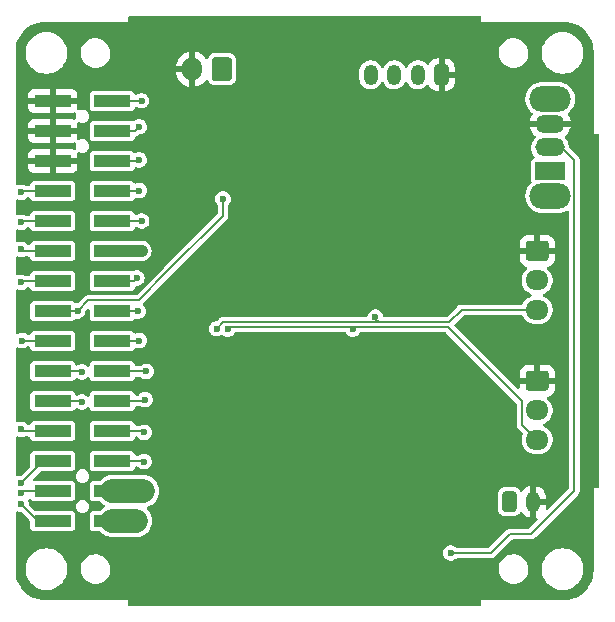
<source format=gbl>
G04 #@! TF.GenerationSoftware,KiCad,Pcbnew,7.0.7-7.0.7~ubuntu23.04.1*
G04 #@! TF.CreationDate,2023-09-19T04:43:27+00:00*
G04 #@! TF.ProjectId,m5-pantilt,6d352d70-616e-4746-996c-742e6b696361,1*
G04 #@! TF.SameCoordinates,Original*
G04 #@! TF.FileFunction,Copper,L2,Bot*
G04 #@! TF.FilePolarity,Positive*
%FSLAX46Y46*%
G04 Gerber Fmt 4.6, Leading zero omitted, Abs format (unit mm)*
G04 Created by KiCad (PCBNEW 7.0.7-7.0.7~ubuntu23.04.1) date 2023-09-19 04:43:27*
%MOMM*%
%LPD*%
G01*
G04 APERTURE LIST*
G04 #@! TA.AperFunction,ComponentPad*
%ADD10O,1.200000X1.750000*%
G04 #@! TD*
G04 #@! TA.AperFunction,ComponentPad*
%ADD11O,1.700000X2.000000*%
G04 #@! TD*
G04 #@! TA.AperFunction,ComponentPad*
%ADD12O,3.500000X2.200000*%
G04 #@! TD*
G04 #@! TA.AperFunction,ComponentPad*
%ADD13R,2.500000X1.500000*%
G04 #@! TD*
G04 #@! TA.AperFunction,ComponentPad*
%ADD14O,2.500000X1.500000*%
G04 #@! TD*
G04 #@! TA.AperFunction,ComponentPad*
%ADD15O,1.950000X1.700000*%
G04 #@! TD*
G04 #@! TA.AperFunction,SMDPad,CuDef*
%ADD16R,3.150000X1.000000*%
G04 #@! TD*
G04 #@! TA.AperFunction,ViaPad*
%ADD17C,0.600000*%
G04 #@! TD*
G04 #@! TA.AperFunction,Conductor*
%ADD18C,2.000000*%
G04 #@! TD*
G04 #@! TA.AperFunction,Conductor*
%ADD19C,0.200000*%
G04 #@! TD*
G04 #@! TA.AperFunction,Conductor*
%ADD20C,1.000000*%
G04 #@! TD*
G04 #@! TA.AperFunction,Conductor*
%ADD21C,0.152400*%
G04 #@! TD*
G04 APERTURE END LIST*
G04 #@! TA.AperFunction,ComponentPad*
G36*
G01*
X137200000Y-54375000D02*
X137200000Y-55625000D01*
G75*
G02*
X136950000Y-55875000I-250000J0D01*
G01*
X136250000Y-55875000D01*
G75*
G02*
X136000000Y-55625000I0J250000D01*
G01*
X136000000Y-54375000D01*
G75*
G02*
X136250000Y-54125000I250000J0D01*
G01*
X136950000Y-54125000D01*
G75*
G02*
X137200000Y-54375000I0J-250000D01*
G01*
G37*
G04 #@! TD.AperFunction*
D10*
X134600000Y-55000000D03*
X132600000Y-55000000D03*
X130600000Y-55000000D03*
G04 #@! TA.AperFunction,ComponentPad*
G36*
G01*
X141750000Y-91775000D02*
X141750000Y-90525000D01*
G75*
G02*
X142000000Y-90275000I250000J0D01*
G01*
X142700000Y-90275000D01*
G75*
G02*
X142950000Y-90525000I0J-250000D01*
G01*
X142950000Y-91775000D01*
G75*
G02*
X142700000Y-92025000I-250000J0D01*
G01*
X142000000Y-92025000D01*
G75*
G02*
X141750000Y-91775000I0J250000D01*
G01*
G37*
G04 #@! TD.AperFunction*
X144350000Y-91150000D03*
G04 #@! TA.AperFunction,ComponentPad*
G36*
G01*
X118850000Y-53775000D02*
X118850000Y-55275000D01*
G75*
G02*
X118600000Y-55525000I-250000J0D01*
G01*
X117400000Y-55525000D01*
G75*
G02*
X117150000Y-55275000I0J250000D01*
G01*
X117150000Y-53775000D01*
G75*
G02*
X117400000Y-53525000I250000J0D01*
G01*
X118600000Y-53525000D01*
G75*
G02*
X118850000Y-53775000I0J-250000D01*
G01*
G37*
G04 #@! TD.AperFunction*
D11*
X115500000Y-54525000D03*
D12*
X145800000Y-65250000D03*
X145800000Y-57050000D03*
D13*
X145800000Y-63150000D03*
D14*
X145800000Y-61150000D03*
X145800000Y-59150000D03*
G04 #@! TA.AperFunction,ComponentPad*
G36*
G01*
X143975000Y-69050000D02*
X145425000Y-69050000D01*
G75*
G02*
X145675000Y-69300000I0J-250000D01*
G01*
X145675000Y-70500000D01*
G75*
G02*
X145425000Y-70750000I-250000J0D01*
G01*
X143975000Y-70750000D01*
G75*
G02*
X143725000Y-70500000I0J250000D01*
G01*
X143725000Y-69300000D01*
G75*
G02*
X143975000Y-69050000I250000J0D01*
G01*
G37*
G04 #@! TD.AperFunction*
D15*
X144700000Y-72400000D03*
X144700000Y-74900000D03*
G04 #@! TA.AperFunction,ComponentPad*
G36*
G01*
X143975000Y-80050000D02*
X145425000Y-80050000D01*
G75*
G02*
X145675000Y-80300000I0J-250000D01*
G01*
X145675000Y-81500000D01*
G75*
G02*
X145425000Y-81750000I-250000J0D01*
G01*
X143975000Y-81750000D01*
G75*
G02*
X143725000Y-81500000I0J250000D01*
G01*
X143725000Y-80300000D01*
G75*
G02*
X143975000Y-80050000I250000J0D01*
G01*
G37*
G04 #@! TD.AperFunction*
X144700000Y-83400000D03*
X144700000Y-85900000D03*
D16*
X108725000Y-57220000D03*
X103675000Y-57220000D03*
X108725000Y-59760000D03*
X103675000Y-59760000D03*
X108725000Y-62300000D03*
X103675000Y-62300000D03*
X108725000Y-64840000D03*
X103675000Y-64840000D03*
X108725000Y-67380000D03*
X103675000Y-67380000D03*
X108725000Y-69920000D03*
X103675000Y-69920000D03*
X108725000Y-72460000D03*
X103675000Y-72460000D03*
X108725000Y-75000000D03*
X103675000Y-75000000D03*
X108725000Y-77540000D03*
X103675000Y-77540000D03*
X108725000Y-80080000D03*
X103675000Y-80080000D03*
X108725000Y-82620000D03*
X103675000Y-82620000D03*
X108725000Y-85160000D03*
X103675000Y-85160000D03*
X108725000Y-87700000D03*
X103675000Y-87700000D03*
X108725000Y-90240000D03*
X103675000Y-90240000D03*
X108725000Y-92780000D03*
X103675000Y-92780000D03*
D17*
X108000000Y-51500000D03*
X101500000Y-95000000D03*
X138600000Y-76200000D03*
X142000000Y-51500000D03*
X148500000Y-94500000D03*
X112600000Y-62650000D03*
X127900000Y-69700000D03*
X141400000Y-84200000D03*
X143700000Y-63400000D03*
X116250000Y-76800000D03*
X140500000Y-51000000D03*
X113900000Y-73400000D03*
X149000000Y-63000000D03*
X101000000Y-81450000D03*
X109000000Y-94600000D03*
X130950000Y-62400000D03*
X106200000Y-93300000D03*
X101000000Y-76000000D03*
X126000000Y-94850000D03*
X137000000Y-81000000D03*
X116000000Y-99000000D03*
X117800000Y-63700000D03*
X101000000Y-86538000D03*
X149000000Y-74000000D03*
X123000000Y-61550000D03*
X130980000Y-96530000D03*
X139400000Y-80963000D03*
X128000000Y-74750000D03*
X108000000Y-98500000D03*
X149000000Y-68000000D03*
X129000000Y-51000000D03*
X131800000Y-92000000D03*
X101000000Y-71000000D03*
X138200000Y-71400000D03*
X132400000Y-57650000D03*
X126000000Y-99000000D03*
X146400000Y-87100000D03*
X137000000Y-75000000D03*
X101000000Y-61000000D03*
X131000000Y-99000000D03*
X113550000Y-70550000D03*
X124000000Y-51000000D03*
X149000000Y-79000000D03*
X101500000Y-55000000D03*
X121000000Y-94850000D03*
X130350000Y-78000000D03*
X148500000Y-55500000D03*
X136600000Y-59300000D03*
X149000000Y-89000000D03*
X136800000Y-77600000D03*
X126600000Y-88000000D03*
X119000000Y-51000000D03*
X134000000Y-51000000D03*
X111000000Y-99000000D03*
X107600000Y-88976400D03*
X136000000Y-99000000D03*
X116000000Y-94850000D03*
X121000000Y-99000000D03*
X134600000Y-83900000D03*
X119400000Y-88200000D03*
X141000000Y-77800000D03*
X119400000Y-69600000D03*
X129100000Y-54900000D03*
X130200000Y-84600000D03*
X137795200Y-93065800D03*
X119200000Y-77700000D03*
X142000000Y-98500000D03*
X123050000Y-58650000D03*
X106200000Y-76100000D03*
X111000000Y-94830000D03*
X126800000Y-63700000D03*
X106150000Y-81400000D03*
X107700000Y-91500000D03*
X134600000Y-87600000D03*
X101000000Y-66000000D03*
X106250000Y-87550000D03*
X149000000Y-84000000D03*
X113900000Y-58600000D03*
X114000000Y-51000000D03*
X111300000Y-90600000D03*
X111300000Y-89800000D03*
X111000000Y-59400000D03*
X101016000Y-91364000D03*
X110700000Y-92300000D03*
X110700000Y-93300000D03*
X101016000Y-90385503D03*
X111220000Y-67380000D03*
X101016000Y-89586000D03*
X111200000Y-69900000D03*
X111410000Y-87740000D03*
X101016000Y-85014000D03*
X111430000Y-85268000D03*
X110930000Y-75010000D03*
X118100480Y-65499520D03*
X105800000Y-75000000D03*
X101100000Y-77500000D03*
X111000000Y-77500000D03*
X101016000Y-72568000D03*
X110809600Y-72201600D03*
X101016000Y-69774000D03*
X101016000Y-67488000D03*
X101016000Y-64948000D03*
X111000000Y-64800000D03*
X131000000Y-75500000D03*
X117550000Y-76500000D03*
X106150000Y-82700000D03*
X111500000Y-82500000D03*
X106150000Y-80150000D03*
X111600000Y-80100000D03*
X118500000Y-76534015D03*
X129100000Y-76534015D03*
X111000000Y-62200000D03*
X111200000Y-57200000D03*
X137380000Y-95490000D03*
D18*
X108725000Y-90240000D02*
X111360000Y-90240000D01*
D19*
X111000000Y-59400000D02*
X110640000Y-59760000D01*
X110640000Y-59760000D02*
X108725000Y-59760000D01*
X101016000Y-91364000D02*
X102432000Y-92780000D01*
X102432000Y-92780000D02*
X103675000Y-92780000D01*
D18*
X108735000Y-92770000D02*
X110770000Y-92770000D01*
X108725000Y-92780000D02*
X108735000Y-92770000D01*
D19*
X101016000Y-90385503D02*
X101161503Y-90240000D01*
X101161503Y-90240000D02*
X103675000Y-90240000D01*
X108725000Y-67380000D02*
X111220000Y-67380000D01*
X102902000Y-87700000D02*
X103675000Y-87700000D01*
X101016000Y-89586000D02*
X102902000Y-87700000D01*
D20*
X111200000Y-69900000D02*
X108745000Y-69900000D01*
X108745000Y-69900000D02*
X108725000Y-69920000D01*
D19*
X111370000Y-87700000D02*
X108725000Y-87700000D01*
X111410000Y-87740000D02*
X111370000Y-87700000D01*
X101016000Y-85014000D02*
X101162000Y-85160000D01*
X101162000Y-85160000D02*
X103675000Y-85160000D01*
X111430000Y-85268000D02*
X111322000Y-85160000D01*
X111322000Y-85160000D02*
X108725000Y-85160000D01*
X110920000Y-75000000D02*
X108725000Y-75000000D01*
X110930000Y-75010000D02*
X110920000Y-75000000D01*
X103675000Y-75000000D02*
X105800000Y-75000000D01*
X118100480Y-66949020D02*
X113399500Y-71650000D01*
X113399500Y-71650000D02*
X110949500Y-74100000D01*
X118100480Y-65499520D02*
X118100480Y-66949020D01*
X106700000Y-74100000D02*
X105800000Y-75000000D01*
X110949500Y-74100000D02*
X106700000Y-74100000D01*
D21*
X101140000Y-77540000D02*
X101100000Y-77500000D01*
X103675000Y-77540000D02*
X101140000Y-77540000D01*
X111000000Y-77500000D02*
X110960000Y-77540000D01*
X110960000Y-77540000D02*
X108725000Y-77540000D01*
X101124000Y-72460000D02*
X103675000Y-72460000D01*
X101016000Y-72568000D02*
X101124000Y-72460000D01*
D19*
X110809600Y-72210400D02*
X110560000Y-72460000D01*
X110809600Y-72201600D02*
X110809600Y-72210400D01*
X110560000Y-72460000D02*
X108725000Y-72460000D01*
X101016000Y-69774000D02*
X101162000Y-69920000D01*
X101162000Y-69920000D02*
X103675000Y-69920000D01*
X101016000Y-67488000D02*
X101124000Y-67380000D01*
X101124000Y-67380000D02*
X103675000Y-67380000D01*
X101016000Y-64948000D02*
X101124000Y-64840000D01*
X101124000Y-64840000D02*
X103675000Y-64840000D01*
D21*
X111000000Y-64800000D02*
X110960000Y-64840000D01*
X110960000Y-64840000D02*
X108725000Y-64840000D01*
D19*
X131000000Y-75634515D02*
X131300000Y-75934515D01*
X138300000Y-74900000D02*
X144700000Y-74900000D01*
X118115485Y-75934515D02*
X132665485Y-75934515D01*
X132665485Y-75934515D02*
X137265485Y-75934515D01*
X117550000Y-76500000D02*
X118115485Y-75934515D01*
X131300000Y-75934515D02*
X132665485Y-75934515D01*
X131000000Y-75500000D02*
X131000000Y-75634515D01*
X137265485Y-75934515D02*
X138300000Y-74900000D01*
X103675000Y-82620000D02*
X106070000Y-82620000D01*
X106070000Y-82620000D02*
X106150000Y-82700000D01*
X111500000Y-82500000D02*
X111380000Y-82620000D01*
X111380000Y-82620000D02*
X108725000Y-82620000D01*
X106080000Y-80080000D02*
X106150000Y-80150000D01*
X103675000Y-80080000D02*
X106080000Y-80080000D01*
X108745000Y-80100000D02*
X108725000Y-80080000D01*
X111600000Y-80100000D02*
X108745000Y-80100000D01*
X129100000Y-76534015D02*
X129299981Y-76334034D01*
X137134034Y-76334034D02*
X143425480Y-82625480D01*
X133634034Y-76334034D02*
X137134034Y-76334034D01*
X143425480Y-84625480D02*
X144700000Y-85900000D01*
X129299981Y-76334034D02*
X133634034Y-76334034D01*
X143425480Y-82625480D02*
X143425480Y-84625480D01*
X118500000Y-76534015D02*
X118699981Y-76334034D01*
X118699981Y-76334034D02*
X133634034Y-76334034D01*
D21*
X108725000Y-62300000D02*
X110900000Y-62300000D01*
X110900000Y-62300000D02*
X111000000Y-62200000D01*
D19*
X111180000Y-57220000D02*
X108725000Y-57220000D01*
X111200000Y-57200000D02*
X111180000Y-57220000D01*
X146700000Y-61100000D02*
X145800000Y-61100000D01*
X140790000Y-95490000D02*
X142400000Y-93880000D01*
X144190000Y-93880000D02*
X147849520Y-90220480D01*
X142400000Y-93880000D02*
X144190000Y-93880000D01*
X147849520Y-62249520D02*
X146700000Y-61100000D01*
X137380000Y-95490000D02*
X140790000Y-95490000D01*
X147849520Y-90220480D02*
X147849520Y-62249520D01*
G04 #@! TA.AperFunction,Conductor*
G36*
X139916621Y-50045502D02*
G01*
X139963114Y-50099158D01*
X139974500Y-50151500D01*
X139974500Y-50469867D01*
X139972398Y-50480435D01*
X139972399Y-50500000D01*
X139974500Y-50505073D01*
X139980482Y-50519517D01*
X140000000Y-50527601D01*
X140019575Y-50527601D01*
X140030137Y-50525500D01*
X146991715Y-50525500D01*
X146998097Y-50525500D01*
X147001900Y-50525614D01*
X147294470Y-50543312D01*
X147302012Y-50544228D01*
X147588449Y-50596719D01*
X147595822Y-50598536D01*
X147873837Y-50685169D01*
X147880941Y-50687864D01*
X148146479Y-50807373D01*
X148153216Y-50810910D01*
X148402411Y-50961552D01*
X148408671Y-50965872D01*
X148637899Y-51145461D01*
X148643589Y-51150502D01*
X148849496Y-51356409D01*
X148854538Y-51362100D01*
X149016187Y-51568430D01*
X149034121Y-51591320D01*
X149038447Y-51597588D01*
X149189089Y-51846783D01*
X149192628Y-51853525D01*
X149312131Y-52119048D01*
X149314831Y-52126167D01*
X149401461Y-52404172D01*
X149403283Y-52411562D01*
X149421079Y-52508672D01*
X149455770Y-52697980D01*
X149456688Y-52705539D01*
X149474385Y-52998097D01*
X149474500Y-53001902D01*
X149474500Y-59969867D01*
X149472398Y-59980435D01*
X149472399Y-60000000D01*
X149474500Y-60005073D01*
X149480482Y-60019517D01*
X149500000Y-60027601D01*
X149519575Y-60027601D01*
X149530137Y-60025500D01*
X149848500Y-60025500D01*
X149916621Y-60045502D01*
X149963114Y-60099158D01*
X149974500Y-60151500D01*
X149974500Y-89848500D01*
X149954498Y-89916621D01*
X149900842Y-89963114D01*
X149848500Y-89974500D01*
X149530136Y-89974500D01*
X149519574Y-89972399D01*
X149499999Y-89972399D01*
X149494927Y-89974500D01*
X149480482Y-89980482D01*
X149472399Y-89999999D01*
X149472399Y-90019575D01*
X149474500Y-90030136D01*
X149474500Y-96998097D01*
X149474385Y-97001902D01*
X149456688Y-97294460D01*
X149455770Y-97302019D01*
X149403284Y-97588433D01*
X149401461Y-97595827D01*
X149314831Y-97873832D01*
X149312131Y-97880951D01*
X149192628Y-98146474D01*
X149189089Y-98153216D01*
X149038447Y-98402411D01*
X149034121Y-98408679D01*
X148854538Y-98637899D01*
X148849489Y-98643598D01*
X148643598Y-98849489D01*
X148637899Y-98854538D01*
X148408679Y-99034121D01*
X148402411Y-99038447D01*
X148153216Y-99189089D01*
X148146474Y-99192628D01*
X147880951Y-99312131D01*
X147873832Y-99314831D01*
X147595827Y-99401461D01*
X147588433Y-99403284D01*
X147302019Y-99455770D01*
X147294460Y-99456688D01*
X147039453Y-99472113D01*
X147001900Y-99474385D01*
X146998097Y-99474500D01*
X140030136Y-99474500D01*
X140019574Y-99472399D01*
X139999999Y-99472399D01*
X139994927Y-99474500D01*
X139980482Y-99480482D01*
X139972399Y-99499999D01*
X139972399Y-99519575D01*
X139974500Y-99530136D01*
X139974500Y-99848500D01*
X139954498Y-99916621D01*
X139900842Y-99963114D01*
X139848500Y-99974500D01*
X110151500Y-99974500D01*
X110083379Y-99954498D01*
X110036886Y-99900842D01*
X110025500Y-99848500D01*
X110025500Y-99530130D01*
X110027601Y-99519576D01*
X110027601Y-99499999D01*
X110019517Y-99480482D01*
X110005073Y-99474500D01*
X110000001Y-99472399D01*
X109980426Y-99472399D01*
X109969864Y-99474500D01*
X103001903Y-99474500D01*
X102998099Y-99474385D01*
X102953724Y-99471700D01*
X102705539Y-99456688D01*
X102697980Y-99455770D01*
X102515862Y-99422396D01*
X102411562Y-99403283D01*
X102404172Y-99401461D01*
X102126167Y-99314831D01*
X102119048Y-99312131D01*
X101853525Y-99192628D01*
X101846783Y-99189089D01*
X101597588Y-99038447D01*
X101591325Y-99034124D01*
X101362100Y-98854538D01*
X101356409Y-98849496D01*
X101150502Y-98643589D01*
X101145461Y-98637899D01*
X101116161Y-98600500D01*
X100965872Y-98408671D01*
X100961552Y-98402411D01*
X100810910Y-98153216D01*
X100807371Y-98146474D01*
X100687864Y-97880941D01*
X100685168Y-97873832D01*
X100598533Y-97595811D01*
X100596719Y-97588449D01*
X100562064Y-97399339D01*
X100560000Y-97376628D01*
X100560000Y-96981182D01*
X101399500Y-96981182D01*
X101405131Y-97018538D01*
X101438604Y-97240619D01*
X101515933Y-97491314D01*
X101515938Y-97491327D01*
X101629773Y-97727706D01*
X101629777Y-97727713D01*
X101777562Y-97944472D01*
X101777567Y-97944479D01*
X101956019Y-98136805D01*
X102161143Y-98300386D01*
X102161146Y-98300388D01*
X102388352Y-98431566D01*
X102388356Y-98431567D01*
X102388357Y-98431568D01*
X102632584Y-98527420D01*
X102888370Y-98585802D01*
X103040409Y-98597195D01*
X103084503Y-98600500D01*
X103084506Y-98600500D01*
X103215497Y-98600500D01*
X103256516Y-98597425D01*
X103411630Y-98585802D01*
X103667416Y-98527420D01*
X103911643Y-98431568D01*
X103911645Y-98431566D01*
X103911647Y-98431566D01*
X104124067Y-98308925D01*
X104138857Y-98300386D01*
X104343981Y-98136805D01*
X104522433Y-97944479D01*
X104670228Y-97727704D01*
X104784063Y-97491323D01*
X104784066Y-97491314D01*
X104861395Y-97240619D01*
X104861792Y-97237986D01*
X104900500Y-96981182D01*
X104900500Y-96906330D01*
X106045710Y-96906330D01*
X106058656Y-97001902D01*
X106075925Y-97129390D01*
X106145484Y-97343467D01*
X106252144Y-97541675D01*
X106252148Y-97541682D01*
X106292425Y-97592187D01*
X106392492Y-97717666D01*
X106562004Y-97865765D01*
X106755236Y-97981215D01*
X106965976Y-98060307D01*
X106965978Y-98060307D01*
X106965980Y-98060308D01*
X107099229Y-98084489D01*
X107187453Y-98100500D01*
X107187454Y-98100500D01*
X107356149Y-98100500D01*
X107356155Y-98100500D01*
X107513759Y-98086315D01*
X107524189Y-98085377D01*
X107524189Y-98085376D01*
X107699507Y-98036991D01*
X107741167Y-98025494D01*
X107741167Y-98025493D01*
X107741170Y-98025493D01*
X107943973Y-97927829D01*
X108126078Y-97795522D01*
X108281632Y-97632825D01*
X108405635Y-97444968D01*
X108494103Y-97237988D01*
X108544191Y-97018537D01*
X108549230Y-96906330D01*
X141445710Y-96906330D01*
X141458656Y-97001902D01*
X141475925Y-97129390D01*
X141545484Y-97343467D01*
X141652144Y-97541675D01*
X141652148Y-97541682D01*
X141692425Y-97592187D01*
X141792492Y-97717666D01*
X141962004Y-97865765D01*
X142155236Y-97981215D01*
X142365976Y-98060307D01*
X142365978Y-98060307D01*
X142365980Y-98060308D01*
X142499229Y-98084489D01*
X142587453Y-98100500D01*
X142587454Y-98100500D01*
X142756149Y-98100500D01*
X142756155Y-98100500D01*
X142913759Y-98086315D01*
X142924189Y-98085377D01*
X142924189Y-98085376D01*
X143099507Y-98036991D01*
X143141167Y-98025494D01*
X143141167Y-98025493D01*
X143141170Y-98025493D01*
X143343973Y-97927829D01*
X143526078Y-97795522D01*
X143681632Y-97632825D01*
X143805635Y-97444968D01*
X143894103Y-97237988D01*
X143944191Y-97018537D01*
X143945869Y-96981182D01*
X145099500Y-96981182D01*
X145105131Y-97018538D01*
X145138604Y-97240619D01*
X145215933Y-97491314D01*
X145215938Y-97491327D01*
X145329773Y-97727706D01*
X145329777Y-97727713D01*
X145477562Y-97944472D01*
X145477567Y-97944479D01*
X145656019Y-98136805D01*
X145861143Y-98300386D01*
X145861146Y-98300388D01*
X146088352Y-98431566D01*
X146088356Y-98431567D01*
X146088357Y-98431568D01*
X146332584Y-98527420D01*
X146588370Y-98585802D01*
X146740408Y-98597195D01*
X146784503Y-98600500D01*
X146784506Y-98600500D01*
X146915497Y-98600500D01*
X146956516Y-98597425D01*
X147111630Y-98585802D01*
X147367416Y-98527420D01*
X147611643Y-98431568D01*
X147611645Y-98431566D01*
X147611647Y-98431566D01*
X147824067Y-98308925D01*
X147838857Y-98300386D01*
X148043981Y-98136805D01*
X148222433Y-97944479D01*
X148370228Y-97727704D01*
X148484063Y-97491323D01*
X148484066Y-97491314D01*
X148561395Y-97240619D01*
X148561792Y-97237986D01*
X148600500Y-96981182D01*
X148600500Y-96718818D01*
X148561396Y-96459385D01*
X148561395Y-96459383D01*
X148561395Y-96459380D01*
X148484066Y-96208685D01*
X148484061Y-96208672D01*
X148375061Y-95982332D01*
X148370228Y-95972296D01*
X148370226Y-95972293D01*
X148370222Y-95972286D01*
X148222437Y-95755527D01*
X148222433Y-95755521D01*
X148043981Y-95563195D01*
X147838857Y-95399614D01*
X147838852Y-95399611D01*
X147838853Y-95399611D01*
X147611647Y-95268433D01*
X147611639Y-95268430D01*
X147367419Y-95172581D01*
X147367417Y-95172580D01*
X147111632Y-95114198D01*
X146915497Y-95099500D01*
X146915494Y-95099500D01*
X146784506Y-95099500D01*
X146784503Y-95099500D01*
X146588367Y-95114198D01*
X146332582Y-95172580D01*
X146332580Y-95172581D01*
X146088360Y-95268430D01*
X146088352Y-95268433D01*
X145861146Y-95399611D01*
X145656018Y-95563195D01*
X145477566Y-95755522D01*
X145477562Y-95755527D01*
X145329777Y-95972286D01*
X145329773Y-95972293D01*
X145215938Y-96208672D01*
X145215933Y-96208685D01*
X145138604Y-96459380D01*
X145121839Y-96570609D01*
X145099500Y-96718818D01*
X145099500Y-96981182D01*
X143945869Y-96981182D01*
X143954290Y-96793670D01*
X143924075Y-96570613D01*
X143854517Y-96356536D01*
X143799897Y-96255035D01*
X143747855Y-96158324D01*
X143747851Y-96158317D01*
X143607506Y-95982332D01*
X143437998Y-95834237D01*
X143437996Y-95834235D01*
X143244764Y-95718785D01*
X143034024Y-95639693D01*
X143034019Y-95639691D01*
X142844091Y-95605224D01*
X142812547Y-95599500D01*
X142643845Y-95599500D01*
X142612558Y-95602315D01*
X142475810Y-95614622D01*
X142475810Y-95614623D01*
X142258832Y-95674505D01*
X142056031Y-95772168D01*
X142056023Y-95772173D01*
X141873921Y-95904478D01*
X141873920Y-95904479D01*
X141718369Y-96067172D01*
X141594367Y-96255027D01*
X141594363Y-96255035D01*
X141505897Y-96462011D01*
X141505896Y-96462013D01*
X141455809Y-96681461D01*
X141455809Y-96681463D01*
X141450770Y-96793673D01*
X141445710Y-96906330D01*
X108549230Y-96906330D01*
X108554290Y-96793670D01*
X108524075Y-96570613D01*
X108454517Y-96356536D01*
X108399897Y-96255035D01*
X108347855Y-96158324D01*
X108347851Y-96158317D01*
X108207506Y-95982332D01*
X108037998Y-95834237D01*
X108037996Y-95834235D01*
X107844764Y-95718785D01*
X107634024Y-95639693D01*
X107634019Y-95639691D01*
X107444091Y-95605224D01*
X107412547Y-95599500D01*
X107243845Y-95599500D01*
X107212558Y-95602315D01*
X107075810Y-95614622D01*
X107075810Y-95614623D01*
X106858832Y-95674505D01*
X106656031Y-95772168D01*
X106656023Y-95772173D01*
X106473921Y-95904478D01*
X106473920Y-95904479D01*
X106318369Y-96067172D01*
X106194367Y-96255027D01*
X106194363Y-96255035D01*
X106105897Y-96462011D01*
X106105896Y-96462013D01*
X106055809Y-96681461D01*
X106055809Y-96681463D01*
X106050770Y-96793673D01*
X106045710Y-96906330D01*
X104900500Y-96906330D01*
X104900500Y-96718818D01*
X104861396Y-96459385D01*
X104861395Y-96459383D01*
X104861395Y-96459380D01*
X104784066Y-96208685D01*
X104784061Y-96208672D01*
X104675061Y-95982332D01*
X104670228Y-95972296D01*
X104670226Y-95972293D01*
X104670222Y-95972286D01*
X104522437Y-95755527D01*
X104522433Y-95755521D01*
X104343981Y-95563195D01*
X104252201Y-95490003D01*
X136724722Y-95490003D01*
X136743761Y-95646815D01*
X136771056Y-95718785D01*
X136799780Y-95794523D01*
X136799781Y-95794525D01*
X136799782Y-95794526D01*
X136799783Y-95794529D01*
X136886406Y-95920023D01*
X136889517Y-95924530D01*
X137007760Y-96029283D01*
X137147635Y-96102696D01*
X137147636Y-96102696D01*
X137147638Y-96102697D01*
X137224324Y-96121598D01*
X137301015Y-96140500D01*
X137301017Y-96140500D01*
X137458983Y-96140500D01*
X137458985Y-96140500D01*
X137612365Y-96102696D01*
X137752240Y-96029283D01*
X137816689Y-95972186D01*
X137880942Y-95941987D01*
X137900241Y-95940500D01*
X140761157Y-95940500D01*
X140768211Y-95940895D01*
X140807035Y-95945270D01*
X140807035Y-95945269D01*
X140807036Y-95945270D01*
X140807036Y-95945269D01*
X140832397Y-95940470D01*
X140865478Y-95934212D01*
X140896636Y-95929515D01*
X140924287Y-95925348D01*
X140924295Y-95925343D01*
X140932472Y-95922821D01*
X140940472Y-95920023D01*
X140993073Y-95892222D01*
X141010484Y-95883836D01*
X141046642Y-95866425D01*
X141046646Y-95866421D01*
X141053685Y-95861622D01*
X141060531Y-95856569D01*
X141060538Y-95856566D01*
X141102599Y-95814504D01*
X141146194Y-95774055D01*
X141146197Y-95774048D01*
X141152081Y-95766672D01*
X141152762Y-95767215D01*
X141162219Y-95754883D01*
X142549698Y-94367405D01*
X142612010Y-94333379D01*
X142638793Y-94330500D01*
X144161157Y-94330500D01*
X144168211Y-94330895D01*
X144207035Y-94335270D01*
X144207035Y-94335269D01*
X144207036Y-94335270D01*
X144207036Y-94335269D01*
X144232397Y-94330470D01*
X144265478Y-94324212D01*
X144296636Y-94319515D01*
X144324287Y-94315348D01*
X144324295Y-94315343D01*
X144332472Y-94312821D01*
X144340472Y-94310023D01*
X144393073Y-94282222D01*
X144410484Y-94273836D01*
X144446642Y-94256425D01*
X144446646Y-94256421D01*
X144453689Y-94251619D01*
X144460533Y-94246568D01*
X144460538Y-94246566D01*
X144502599Y-94204503D01*
X144546194Y-94164055D01*
X144546197Y-94164049D01*
X144552082Y-94156671D01*
X144552763Y-94157214D01*
X144562219Y-94144883D01*
X148147690Y-90559411D01*
X148152934Y-90554725D01*
X148183490Y-90530359D01*
X148217000Y-90481208D01*
X148252313Y-90433362D01*
X148252313Y-90433359D01*
X148252315Y-90433358D01*
X148256301Y-90425816D01*
X148259991Y-90418154D01*
X148259990Y-90418154D01*
X148259992Y-90418153D01*
X148277527Y-90361302D01*
X148297166Y-90305179D01*
X148297166Y-90305176D01*
X148298749Y-90296810D01*
X148300020Y-90288381D01*
X148300020Y-90228921D01*
X148301590Y-90186963D01*
X148302245Y-90169470D01*
X148302243Y-90169465D01*
X148301188Y-90160085D01*
X148302047Y-90159988D01*
X148300020Y-90144576D01*
X148300020Y-62278362D01*
X148300416Y-62271302D01*
X148304790Y-62232485D01*
X148297417Y-62193517D01*
X148293731Y-62174032D01*
X148290379Y-62151800D01*
X148284868Y-62115233D01*
X148284865Y-62115228D01*
X148282344Y-62107052D01*
X148279543Y-62099047D01*
X148251742Y-62046446D01*
X148225946Y-61992880D01*
X148221148Y-61985842D01*
X148216082Y-61978978D01*
X148174036Y-61936933D01*
X148133574Y-61893324D01*
X148126194Y-61887439D01*
X148126733Y-61886762D01*
X148114400Y-61877297D01*
X147436924Y-61199821D01*
X147402898Y-61137509D01*
X147400162Y-61116720D01*
X147394254Y-60992678D01*
X147394254Y-60992670D01*
X147344704Y-60788424D01*
X147344701Y-60788419D01*
X147344701Y-60788416D01*
X147267381Y-60619112D01*
X147257396Y-60597247D01*
X147135486Y-60426048D01*
X147084434Y-60377370D01*
X147049578Y-60344135D01*
X147014080Y-60282650D01*
X147017458Y-60211734D01*
X147058640Y-60153901D01*
X147062468Y-60151007D01*
X147131035Y-60101191D01*
X147287518Y-59937522D01*
X147412265Y-59748539D01*
X147412266Y-59748536D01*
X147501265Y-59540310D01*
X147532377Y-59404000D01*
X146172968Y-59404000D01*
X146223625Y-59316260D01*
X146253810Y-59184008D01*
X146243673Y-59048735D01*
X146194113Y-58922459D01*
X146173013Y-58896000D01*
X147535082Y-58896000D01*
X147531415Y-58868933D01*
X147461441Y-58653576D01*
X147354140Y-58454175D01*
X147354136Y-58454168D01*
X147302999Y-58390045D01*
X147276165Y-58324315D01*
X147289127Y-58254511D01*
X147332597Y-58206001D01*
X147343964Y-58198574D01*
X147343963Y-58198574D01*
X147343969Y-58198571D01*
X147520825Y-58035764D01*
X147668472Y-57846067D01*
X147782882Y-57634656D01*
X147860934Y-57407297D01*
X147900500Y-57170192D01*
X147900500Y-56929808D01*
X147860934Y-56692703D01*
X147785866Y-56474035D01*
X147782883Y-56465346D01*
X147782882Y-56465344D01*
X147668472Y-56253933D01*
X147668471Y-56253932D01*
X147635834Y-56212000D01*
X147520825Y-56064236D01*
X147458996Y-56007319D01*
X147343971Y-55901431D01*
X147343969Y-55901429D01*
X147142728Y-55769951D01*
X147142725Y-55769949D01*
X147142724Y-55769949D01*
X146922594Y-55673391D01*
X146922587Y-55673388D01*
X146689570Y-55614381D01*
X146689565Y-55614380D01*
X146689563Y-55614380D01*
X146560805Y-55603710D01*
X146509992Y-55599500D01*
X146509990Y-55599500D01*
X145090010Y-55599500D01*
X145090008Y-55599500D01*
X145030819Y-55604404D01*
X144910437Y-55614380D01*
X144910435Y-55614380D01*
X144910429Y-55614381D01*
X144677412Y-55673388D01*
X144677405Y-55673391D01*
X144457275Y-55769949D01*
X144256028Y-55901431D01*
X144079177Y-56064233D01*
X143931528Y-56253932D01*
X143931527Y-56253933D01*
X143817117Y-56465344D01*
X143817116Y-56465346D01*
X143739067Y-56692698D01*
X143739065Y-56692705D01*
X143726923Y-56765470D01*
X143699500Y-56929808D01*
X143699500Y-57170192D01*
X143704475Y-57200003D01*
X143739065Y-57407294D01*
X143739067Y-57407301D01*
X143817116Y-57634653D01*
X143817117Y-57634655D01*
X143927488Y-57838601D01*
X143931528Y-57846067D01*
X144079175Y-58035764D01*
X144256031Y-58198571D01*
X144265079Y-58204482D01*
X144311169Y-58258483D01*
X144320747Y-58328830D01*
X144301324Y-58379379D01*
X144187733Y-58551463D01*
X144098734Y-58759689D01*
X144067622Y-58895999D01*
X144067623Y-58896000D01*
X145427032Y-58896000D01*
X145376375Y-58983740D01*
X145346190Y-59115992D01*
X145356327Y-59251265D01*
X145405887Y-59377541D01*
X145426987Y-59404000D01*
X144064918Y-59404000D01*
X144068584Y-59431066D01*
X144138558Y-59646423D01*
X144245859Y-59845826D01*
X144387050Y-60022872D01*
X144540692Y-60157105D01*
X144578832Y-60216987D01*
X144578542Y-60287983D01*
X144541224Y-60345532D01*
X144541453Y-60345772D01*
X144540447Y-60346730D01*
X144539915Y-60347552D01*
X144537514Y-60349527D01*
X144537107Y-60349914D01*
X144399485Y-60508738D01*
X144399479Y-60508746D01*
X144294396Y-60690755D01*
X144294393Y-60690760D01*
X144225658Y-60889359D01*
X144225654Y-60889374D01*
X144195745Y-61097396D01*
X144205744Y-61307319D01*
X144205746Y-61307332D01*
X144255295Y-61511572D01*
X144255298Y-61511583D01*
X144292717Y-61593517D01*
X144342604Y-61702753D01*
X144388169Y-61766740D01*
X144464515Y-61873953D01*
X144465419Y-61874996D01*
X144465706Y-61875626D01*
X144467996Y-61878841D01*
X144467376Y-61879282D01*
X144494912Y-61939577D01*
X144484809Y-62009851D01*
X144438316Y-62063507D01*
X144425534Y-62070706D01*
X144343516Y-62110802D01*
X144343514Y-62110803D01*
X144260803Y-62193514D01*
X144260801Y-62193517D01*
X144209427Y-62298605D01*
X144199500Y-62366738D01*
X144199500Y-63933261D01*
X144209427Y-64001393D01*
X144209427Y-64001394D01*
X144216352Y-64015558D01*
X144228302Y-64085542D01*
X144200519Y-64150877D01*
X144188494Y-64163600D01*
X144079178Y-64264232D01*
X143931528Y-64453932D01*
X143931527Y-64453933D01*
X143817117Y-64665344D01*
X143817116Y-64665346D01*
X143739067Y-64892698D01*
X143739065Y-64892705D01*
X143719300Y-65011149D01*
X143699500Y-65129808D01*
X143699500Y-65370192D01*
X143721081Y-65499520D01*
X143739065Y-65607294D01*
X143739067Y-65607301D01*
X143817116Y-65834653D01*
X143817117Y-65834655D01*
X143920766Y-66026180D01*
X143931528Y-66046067D01*
X144079175Y-66235764D01*
X144256031Y-66398571D01*
X144457272Y-66530049D01*
X144677409Y-66626610D01*
X144677410Y-66626610D01*
X144677412Y-66626611D01*
X144910429Y-66685618D01*
X144910437Y-66685620D01*
X145070204Y-66698858D01*
X145090008Y-66700500D01*
X145090010Y-66700500D01*
X146509992Y-66700500D01*
X146528760Y-66698944D01*
X146689563Y-66685620D01*
X146922591Y-66626610D01*
X147142728Y-66530049D01*
X147204106Y-66489948D01*
X147272072Y-66469436D01*
X147340342Y-66488925D01*
X147387237Y-66542229D01*
X147399020Y-66595432D01*
X147399020Y-89981686D01*
X147379018Y-90049807D01*
X147362115Y-90070781D01*
X145642565Y-91790331D01*
X145580253Y-91824357D01*
X145509438Y-91819292D01*
X145452602Y-91776745D01*
X145427791Y-91710225D01*
X145429747Y-91677390D01*
X145457999Y-91530805D01*
X145458000Y-91530796D01*
X145458000Y-91404000D01*
X144625878Y-91404000D01*
X144668278Y-91357941D01*
X144718551Y-91243330D01*
X144728886Y-91118605D01*
X144698163Y-90997281D01*
X144631992Y-90896000D01*
X145458000Y-90896000D01*
X145458000Y-90822220D01*
X145457998Y-90822199D01*
X145442927Y-90664366D01*
X145442924Y-90664351D01*
X145383310Y-90461322D01*
X145286349Y-90273245D01*
X145155544Y-90106914D01*
X145155539Y-90106908D01*
X144995625Y-89968343D01*
X144995624Y-89968342D01*
X144812377Y-89862545D01*
X144812368Y-89862541D01*
X144612413Y-89793336D01*
X144612405Y-89793334D01*
X144604000Y-89792124D01*
X144604000Y-90872496D01*
X144530948Y-90815637D01*
X144412576Y-90775000D01*
X144318927Y-90775000D01*
X144226554Y-90790414D01*
X144116486Y-90849981D01*
X144096000Y-90872234D01*
X144096000Y-89796479D01*
X143985961Y-89823175D01*
X143985952Y-89823178D01*
X143793484Y-89911077D01*
X143793480Y-89911079D01*
X143621112Y-90033821D01*
X143621111Y-90033822D01*
X143475091Y-90186963D01*
X143444097Y-90235192D01*
X143390441Y-90281685D01*
X143320167Y-90291789D01*
X143255587Y-90262295D01*
X143230873Y-90228032D01*
X143228663Y-90229309D01*
X143224536Y-90222160D01*
X143224536Y-90222159D01*
X143128282Y-90096718D01*
X143002841Y-90000464D01*
X143001719Y-89999999D01*
X142856760Y-89939955D01*
X142780332Y-89929893D01*
X142739361Y-89924500D01*
X142739358Y-89924500D01*
X141960640Y-89924500D01*
X141960631Y-89924501D01*
X141854978Y-89938410D01*
X141843238Y-89939956D01*
X141697160Y-90000463D01*
X141697157Y-90000465D01*
X141571718Y-90096718D01*
X141475465Y-90222157D01*
X141475463Y-90222160D01*
X141414955Y-90368239D01*
X141399500Y-90485636D01*
X141399500Y-91814359D01*
X141399501Y-91814368D01*
X141409800Y-91892595D01*
X141414956Y-91931762D01*
X141475464Y-92077841D01*
X141571718Y-92203282D01*
X141697159Y-92299536D01*
X141843238Y-92360044D01*
X141960639Y-92375500D01*
X142739360Y-92375499D01*
X142856762Y-92360044D01*
X143002841Y-92299536D01*
X143128282Y-92203282D01*
X143224536Y-92077841D01*
X143224537Y-92077837D01*
X143228518Y-92070942D01*
X143279896Y-92021944D01*
X143349609Y-92008503D01*
X143415522Y-92034884D01*
X143436685Y-92056045D01*
X143544455Y-92193085D01*
X143544460Y-92193091D01*
X143704374Y-92331656D01*
X143704375Y-92331657D01*
X143887622Y-92437454D01*
X143887631Y-92437458D01*
X144087584Y-92506662D01*
X144087590Y-92506664D01*
X144096000Y-92507873D01*
X144096000Y-91427503D01*
X144169052Y-91484363D01*
X144287424Y-91525000D01*
X144381073Y-91525000D01*
X144473446Y-91509586D01*
X144583514Y-91450019D01*
X144604000Y-91427765D01*
X144604000Y-92503518D01*
X144606575Y-92505544D01*
X144668358Y-92508487D01*
X144726191Y-92549668D01*
X144752578Y-92615579D01*
X144739143Y-92685292D01*
X144716245Y-92716651D01*
X144040300Y-93392596D01*
X143977990Y-93426620D01*
X143951207Y-93429500D01*
X142428844Y-93429500D01*
X142421787Y-93429104D01*
X142382965Y-93424730D01*
X142382964Y-93424730D01*
X142324511Y-93435789D01*
X142265713Y-93444651D01*
X142257539Y-93447172D01*
X142249533Y-93449974D01*
X142196920Y-93477780D01*
X142143361Y-93503572D01*
X142136293Y-93508391D01*
X142129462Y-93513433D01*
X142087400Y-93555495D01*
X142043808Y-93595941D01*
X142037923Y-93603322D01*
X142037247Y-93602783D01*
X142027784Y-93615110D01*
X140640302Y-95002595D01*
X140577989Y-95036620D01*
X140551206Y-95039500D01*
X137900241Y-95039500D01*
X137832120Y-95019498D01*
X137816691Y-95007815D01*
X137752240Y-94950717D01*
X137612365Y-94877304D01*
X137612361Y-94877302D01*
X137458987Y-94839500D01*
X137458985Y-94839500D01*
X137301015Y-94839500D01*
X137301012Y-94839500D01*
X137147638Y-94877302D01*
X137147634Y-94877304D01*
X137007759Y-94950717D01*
X136889518Y-95055468D01*
X136889516Y-95055470D01*
X136799783Y-95185470D01*
X136799782Y-95185473D01*
X136743761Y-95333184D01*
X136724722Y-95489996D01*
X136724722Y-95490003D01*
X104252201Y-95490003D01*
X104138857Y-95399614D01*
X104138852Y-95399611D01*
X104138853Y-95399611D01*
X103911647Y-95268433D01*
X103911639Y-95268430D01*
X103667419Y-95172581D01*
X103667417Y-95172580D01*
X103411632Y-95114198D01*
X103215497Y-95099500D01*
X103215494Y-95099500D01*
X103084506Y-95099500D01*
X103084503Y-95099500D01*
X102888367Y-95114198D01*
X102632582Y-95172580D01*
X102632580Y-95172581D01*
X102388360Y-95268430D01*
X102388352Y-95268433D01*
X102161146Y-95399611D01*
X101956018Y-95563195D01*
X101777566Y-95755522D01*
X101777562Y-95755527D01*
X101629777Y-95972286D01*
X101629773Y-95972293D01*
X101515938Y-96208672D01*
X101515933Y-96208685D01*
X101438604Y-96459380D01*
X101421839Y-96570609D01*
X101399500Y-96718818D01*
X101399500Y-96981182D01*
X100560000Y-96981182D01*
X100560000Y-92067752D01*
X100580002Y-91999631D01*
X100633658Y-91953138D01*
X100703932Y-91943034D01*
X100744553Y-91956184D01*
X100783635Y-91976696D01*
X100783636Y-91976696D01*
X100783638Y-91976697D01*
X100860325Y-91995598D01*
X100937015Y-92014500D01*
X100977206Y-92014500D01*
X101045327Y-92034502D01*
X101066301Y-92051405D01*
X101712595Y-92697699D01*
X101746621Y-92760011D01*
X101749500Y-92786794D01*
X101749500Y-93313261D01*
X101759427Y-93381394D01*
X101810801Y-93486482D01*
X101810803Y-93486485D01*
X101893514Y-93569196D01*
X101893517Y-93569198D01*
X101998607Y-93620573D01*
X102066740Y-93630500D01*
X102066745Y-93630500D01*
X105283255Y-93630500D01*
X105283260Y-93630500D01*
X105351393Y-93620573D01*
X105456483Y-93569198D01*
X105539198Y-93486483D01*
X105590573Y-93381393D01*
X105600500Y-93313261D01*
X106799500Y-93313261D01*
X106809427Y-93381394D01*
X106860801Y-93486482D01*
X106860803Y-93486485D01*
X106943514Y-93569196D01*
X106943517Y-93569198D01*
X107048607Y-93620573D01*
X107116740Y-93630500D01*
X107616946Y-93630500D01*
X107685067Y-93650502D01*
X107713467Y-93675508D01*
X107766404Y-93738596D01*
X107849707Y-93808495D01*
X107947426Y-93890491D01*
X107947428Y-93890493D01*
X108152069Y-94008642D01*
X108152080Y-94008648D01*
X108333974Y-94074850D01*
X108374129Y-94089466D01*
X108606847Y-94130500D01*
X108606848Y-94130500D01*
X108843152Y-94130500D01*
X108843153Y-94130500D01*
X108867699Y-94126171D01*
X108889012Y-94122414D01*
X108910891Y-94120500D01*
X110828965Y-94120500D01*
X110828966Y-94120500D01*
X111005408Y-94105063D01*
X111233663Y-94043903D01*
X111447829Y-93944035D01*
X111641401Y-93808495D01*
X111808495Y-93641401D01*
X111944035Y-93447830D01*
X112043903Y-93233663D01*
X112105063Y-93005408D01*
X112125659Y-92770000D01*
X112105063Y-92534592D01*
X112043903Y-92306337D01*
X111944035Y-92092171D01*
X111944034Y-92092170D01*
X111944033Y-92092167D01*
X111808501Y-91898607D01*
X111808498Y-91898603D01*
X111808495Y-91898599D01*
X111662617Y-91752721D01*
X111628591Y-91690409D01*
X111633656Y-91619594D01*
X111676203Y-91562758D01*
X111719098Y-91541920D01*
X111823663Y-91513903D01*
X112037829Y-91414035D01*
X112047174Y-91407492D01*
X112231392Y-91278501D01*
X112231401Y-91278495D01*
X112398495Y-91111401D01*
X112534035Y-90917830D01*
X112633903Y-90703663D01*
X112695063Y-90475408D01*
X112715659Y-90240000D01*
X112695063Y-90004592D01*
X112633903Y-89776337D01*
X112534035Y-89562171D01*
X112534034Y-89562170D01*
X112534033Y-89562167D01*
X112398501Y-89368607D01*
X112398498Y-89368603D01*
X112398495Y-89368599D01*
X112231401Y-89201505D01*
X112231397Y-89201502D01*
X112231392Y-89201498D01*
X112037832Y-89065966D01*
X112037833Y-89065966D01*
X111823665Y-88966098D01*
X111823661Y-88966096D01*
X111595411Y-88904937D01*
X111463076Y-88893359D01*
X111418966Y-88889500D01*
X108666034Y-88889500D01*
X108630745Y-88892587D01*
X108489588Y-88904937D01*
X108261338Y-88966096D01*
X108261334Y-88966098D01*
X108047167Y-89065966D01*
X107853607Y-89201498D01*
X107853596Y-89201507D01*
X107702509Y-89352595D01*
X107640197Y-89386621D01*
X107613414Y-89389500D01*
X107116738Y-89389500D01*
X107048605Y-89399427D01*
X106943517Y-89450801D01*
X106943514Y-89450803D01*
X106860803Y-89533514D01*
X106860801Y-89533517D01*
X106809427Y-89638605D01*
X106799500Y-89706738D01*
X106799500Y-90773261D01*
X106809427Y-90841394D01*
X106860801Y-90946482D01*
X106860803Y-90946485D01*
X106943514Y-91029196D01*
X106943517Y-91029198D01*
X107048607Y-91080573D01*
X107116740Y-91090500D01*
X107613414Y-91090500D01*
X107681535Y-91110502D01*
X107702509Y-91127405D01*
X107853599Y-91278495D01*
X107853603Y-91278498D01*
X107853607Y-91278501D01*
X108034677Y-91405287D01*
X108079006Y-91460744D01*
X108086315Y-91531363D01*
X108054285Y-91594723D01*
X108034678Y-91611713D01*
X108010945Y-91628331D01*
X108006308Y-91631285D01*
X107957426Y-91659509D01*
X107957424Y-91659510D01*
X107914184Y-91695791D01*
X107909825Y-91699135D01*
X107863603Y-91731501D01*
X107863592Y-91731510D01*
X107702508Y-91892595D01*
X107640196Y-91926621D01*
X107613413Y-91929500D01*
X107116738Y-91929500D01*
X107048605Y-91939427D01*
X106943517Y-91990801D01*
X106943514Y-91990803D01*
X106860803Y-92073514D01*
X106860801Y-92073517D01*
X106809427Y-92178605D01*
X106799500Y-92246738D01*
X106799500Y-93313261D01*
X105600500Y-93313261D01*
X105600500Y-93313260D01*
X105600500Y-92246740D01*
X105590573Y-92178607D01*
X105539198Y-92073517D01*
X105539196Y-92073514D01*
X105456485Y-91990803D01*
X105456482Y-91990801D01*
X105351394Y-91939427D01*
X105283261Y-91929500D01*
X105283260Y-91929500D01*
X102270793Y-91929500D01*
X102202672Y-91909498D01*
X102181698Y-91892595D01*
X101839103Y-91550000D01*
X105619534Y-91550000D01*
X105639312Y-91700234D01*
X105697301Y-91840231D01*
X105697306Y-91840239D01*
X105789548Y-91960451D01*
X105909760Y-92052693D01*
X105909767Y-92052698D01*
X106049764Y-92110687D01*
X106200000Y-92130466D01*
X106350236Y-92110687D01*
X106490233Y-92052698D01*
X106610451Y-91960451D01*
X106702698Y-91840233D01*
X106760687Y-91700236D01*
X106780466Y-91550000D01*
X106775713Y-91513901D01*
X106762566Y-91414035D01*
X106760687Y-91399764D01*
X106702698Y-91259767D01*
X106702693Y-91259760D01*
X106610451Y-91139548D01*
X106490239Y-91047306D01*
X106490231Y-91047301D01*
X106350234Y-90989312D01*
X106200000Y-90969534D01*
X106049765Y-90989312D01*
X105909768Y-91047301D01*
X105909760Y-91047306D01*
X105789548Y-91139548D01*
X105697306Y-91259760D01*
X105697301Y-91259768D01*
X105639312Y-91399765D01*
X105619534Y-91549999D01*
X105619534Y-91550000D01*
X101839103Y-91550000D01*
X101704535Y-91415432D01*
X101670509Y-91353120D01*
X101668549Y-91341524D01*
X101652238Y-91207184D01*
X101626587Y-91139548D01*
X101604226Y-91080589D01*
X101598773Y-91009805D01*
X101632455Y-90947307D01*
X101694579Y-90912940D01*
X101765422Y-90917615D01*
X101811134Y-90946816D01*
X101893514Y-91029196D01*
X101893517Y-91029198D01*
X101998607Y-91080573D01*
X102066740Y-91090500D01*
X102066745Y-91090500D01*
X105283255Y-91090500D01*
X105283260Y-91090500D01*
X105351393Y-91080573D01*
X105456483Y-91029198D01*
X105539198Y-90946483D01*
X105590573Y-90841393D01*
X105600500Y-90773260D01*
X105600500Y-89706740D01*
X105590573Y-89638607D01*
X105539198Y-89533517D01*
X105539196Y-89533514D01*
X105456485Y-89450803D01*
X105456482Y-89450801D01*
X105351394Y-89399427D01*
X105283261Y-89389500D01*
X105283260Y-89389500D01*
X102153793Y-89389500D01*
X102085672Y-89369498D01*
X102039179Y-89315842D01*
X102029075Y-89245568D01*
X102058569Y-89180988D01*
X102064698Y-89174405D01*
X102262703Y-88976400D01*
X105619534Y-88976400D01*
X105639312Y-89126634D01*
X105697301Y-89266631D01*
X105697306Y-89266639D01*
X105789548Y-89386851D01*
X105872892Y-89450803D01*
X105909767Y-89479098D01*
X106049764Y-89537087D01*
X106200000Y-89556866D01*
X106350236Y-89537087D01*
X106490233Y-89479098D01*
X106610451Y-89386851D01*
X106702698Y-89266633D01*
X106760687Y-89126636D01*
X106780466Y-88976400D01*
X106780058Y-88973304D01*
X106760687Y-88826165D01*
X106702698Y-88686168D01*
X106702698Y-88686167D01*
X106640817Y-88605522D01*
X106610451Y-88565948D01*
X106490239Y-88473706D01*
X106490231Y-88473701D01*
X106350234Y-88415712D01*
X106200000Y-88395934D01*
X106049765Y-88415712D01*
X105909768Y-88473701D01*
X105909760Y-88473706D01*
X105789548Y-88565948D01*
X105697306Y-88686160D01*
X105697301Y-88686168D01*
X105639312Y-88826165D01*
X105619534Y-88976399D01*
X105619534Y-88976400D01*
X102262703Y-88976400D01*
X102651698Y-88587405D01*
X102714010Y-88553379D01*
X102740793Y-88550500D01*
X105283255Y-88550500D01*
X105283260Y-88550500D01*
X105351393Y-88540573D01*
X105456483Y-88489198D01*
X105539198Y-88406483D01*
X105590573Y-88301393D01*
X105600500Y-88233261D01*
X106799500Y-88233261D01*
X106809427Y-88301394D01*
X106860801Y-88406482D01*
X106860803Y-88406485D01*
X106943514Y-88489196D01*
X106943517Y-88489198D01*
X107048607Y-88540573D01*
X107116740Y-88550500D01*
X107116745Y-88550500D01*
X110333255Y-88550500D01*
X110333260Y-88550500D01*
X110401393Y-88540573D01*
X110506483Y-88489198D01*
X110589198Y-88406483D01*
X110640573Y-88301393D01*
X110646846Y-88258333D01*
X110676460Y-88193809D01*
X110736258Y-88155538D01*
X110771530Y-88150500D01*
X110844607Y-88150500D01*
X110912728Y-88170502D01*
X110928160Y-88182187D01*
X111037760Y-88279283D01*
X111177635Y-88352696D01*
X111177636Y-88352696D01*
X111177638Y-88352697D01*
X111254324Y-88371598D01*
X111331015Y-88390500D01*
X111331017Y-88390500D01*
X111488983Y-88390500D01*
X111488985Y-88390500D01*
X111642365Y-88352696D01*
X111782240Y-88279283D01*
X111900483Y-88174530D01*
X111990220Y-88044523D01*
X112046237Y-87896818D01*
X112046237Y-87896817D01*
X112046238Y-87896815D01*
X112065278Y-87740003D01*
X112065278Y-87739996D01*
X112046238Y-87583184D01*
X112038392Y-87562498D01*
X111990220Y-87435477D01*
X111990216Y-87435472D01*
X111990216Y-87435470D01*
X111900483Y-87305470D01*
X111900481Y-87305468D01*
X111782240Y-87200717D01*
X111642365Y-87127304D01*
X111642361Y-87127302D01*
X111488987Y-87089500D01*
X111488985Y-87089500D01*
X111331015Y-87089500D01*
X111331012Y-87089500D01*
X111177638Y-87127302D01*
X111177634Y-87127304D01*
X111049860Y-87194366D01*
X111037760Y-87200717D01*
X111018460Y-87217814D01*
X110954208Y-87248013D01*
X110934910Y-87249500D01*
X110771530Y-87249500D01*
X110703409Y-87229498D01*
X110656916Y-87175842D01*
X110646847Y-87141668D01*
X110640573Y-87098607D01*
X110589198Y-86993517D01*
X110589196Y-86993514D01*
X110506485Y-86910803D01*
X110506482Y-86910801D01*
X110401394Y-86859427D01*
X110333261Y-86849500D01*
X110333260Y-86849500D01*
X107116740Y-86849500D01*
X107116738Y-86849500D01*
X107048605Y-86859427D01*
X106943517Y-86910801D01*
X106943514Y-86910803D01*
X106860803Y-86993514D01*
X106860801Y-86993517D01*
X106809427Y-87098605D01*
X106799500Y-87166738D01*
X106799500Y-88233261D01*
X105600500Y-88233261D01*
X105600500Y-88233260D01*
X105600500Y-87166740D01*
X105590573Y-87098607D01*
X105539198Y-86993517D01*
X105539196Y-86993514D01*
X105456485Y-86910803D01*
X105456482Y-86910801D01*
X105351394Y-86859427D01*
X105283261Y-86849500D01*
X105283260Y-86849500D01*
X102066740Y-86849500D01*
X102066738Y-86849500D01*
X101998605Y-86859427D01*
X101893517Y-86910801D01*
X101893514Y-86910803D01*
X101810803Y-86993514D01*
X101810801Y-86993517D01*
X101759427Y-87098605D01*
X101749500Y-87166738D01*
X101749500Y-88163207D01*
X101729498Y-88231328D01*
X101712595Y-88252302D01*
X101066302Y-88898595D01*
X101003990Y-88932621D01*
X100977207Y-88935500D01*
X100937012Y-88935500D01*
X100783638Y-88973302D01*
X100783633Y-88973305D01*
X100744554Y-88993815D01*
X100674941Y-89007761D01*
X100608839Y-88981857D01*
X100567235Y-88924328D01*
X100560000Y-88882247D01*
X100560000Y-85717752D01*
X100580002Y-85649631D01*
X100633658Y-85603138D01*
X100703932Y-85593034D01*
X100744553Y-85606184D01*
X100783635Y-85626696D01*
X100783636Y-85626696D01*
X100783638Y-85626697D01*
X100860324Y-85645598D01*
X100937015Y-85664500D01*
X100937017Y-85664500D01*
X101094983Y-85664500D01*
X101094985Y-85664500D01*
X101248365Y-85626696D01*
X101248367Y-85626695D01*
X101251727Y-85624932D01*
X101255414Y-85624023D01*
X101255494Y-85623993D01*
X101255497Y-85624002D01*
X101310281Y-85610500D01*
X101628470Y-85610500D01*
X101696591Y-85630502D01*
X101743084Y-85684158D01*
X101753152Y-85718331D01*
X101758139Y-85752559D01*
X101759427Y-85761394D01*
X101810801Y-85866482D01*
X101810803Y-85866485D01*
X101893514Y-85949196D01*
X101893517Y-85949198D01*
X101998607Y-86000573D01*
X102066740Y-86010500D01*
X102066745Y-86010500D01*
X105283255Y-86010500D01*
X105283260Y-86010500D01*
X105351393Y-86000573D01*
X105456483Y-85949198D01*
X105539198Y-85866483D01*
X105590573Y-85761393D01*
X105600500Y-85693261D01*
X106799500Y-85693261D01*
X106809427Y-85761394D01*
X106860801Y-85866482D01*
X106860803Y-85866485D01*
X106943514Y-85949196D01*
X106943517Y-85949198D01*
X107048607Y-86000573D01*
X107116740Y-86010500D01*
X107116745Y-86010500D01*
X110333255Y-86010500D01*
X110333260Y-86010500D01*
X110401393Y-86000573D01*
X110506483Y-85949198D01*
X110589198Y-85866483D01*
X110640573Y-85761393D01*
X110646846Y-85718333D01*
X110676460Y-85653809D01*
X110736258Y-85615538D01*
X110771530Y-85610500D01*
X110809864Y-85610500D01*
X110877985Y-85630502D01*
X110913559Y-85664923D01*
X110939517Y-85702530D01*
X111057760Y-85807283D01*
X111197635Y-85880696D01*
X111197636Y-85880696D01*
X111197638Y-85880697D01*
X111274324Y-85899598D01*
X111351015Y-85918500D01*
X111351017Y-85918500D01*
X111508983Y-85918500D01*
X111508985Y-85918500D01*
X111662365Y-85880696D01*
X111802240Y-85807283D01*
X111920483Y-85702530D01*
X112010220Y-85572523D01*
X112066237Y-85424818D01*
X112066237Y-85424817D01*
X112066238Y-85424815D01*
X112085278Y-85268003D01*
X112085278Y-85267996D01*
X112066238Y-85111184D01*
X112058392Y-85090498D01*
X112010220Y-84963477D01*
X112010216Y-84963472D01*
X112010216Y-84963470D01*
X111920483Y-84833470D01*
X111920481Y-84833468D01*
X111802240Y-84728717D01*
X111662365Y-84655304D01*
X111662361Y-84655302D01*
X111508987Y-84617500D01*
X111508985Y-84617500D01*
X111351015Y-84617500D01*
X111351012Y-84617500D01*
X111197638Y-84655302D01*
X111197634Y-84655304D01*
X111181487Y-84663779D01*
X111132485Y-84689498D01*
X111121874Y-84695067D01*
X111063318Y-84709500D01*
X110771530Y-84709500D01*
X110703409Y-84689498D01*
X110656916Y-84635842D01*
X110646847Y-84601668D01*
X110640573Y-84558607D01*
X110589198Y-84453517D01*
X110589196Y-84453514D01*
X110506485Y-84370803D01*
X110506482Y-84370801D01*
X110401394Y-84319427D01*
X110333261Y-84309500D01*
X110333260Y-84309500D01*
X107116740Y-84309500D01*
X107116738Y-84309500D01*
X107048605Y-84319427D01*
X106943517Y-84370801D01*
X106943514Y-84370803D01*
X106860803Y-84453514D01*
X106860801Y-84453517D01*
X106809427Y-84558605D01*
X106799500Y-84626738D01*
X106799500Y-85693261D01*
X105600500Y-85693261D01*
X105600500Y-85693260D01*
X105600500Y-84626740D01*
X105590573Y-84558607D01*
X105539198Y-84453517D01*
X105539196Y-84453514D01*
X105456485Y-84370803D01*
X105456482Y-84370801D01*
X105351394Y-84319427D01*
X105283261Y-84309500D01*
X105283260Y-84309500D01*
X102066740Y-84309500D01*
X102066738Y-84309500D01*
X101998605Y-84319427D01*
X101893517Y-84370801D01*
X101893514Y-84370803D01*
X101810803Y-84453514D01*
X101810801Y-84453517D01*
X101759426Y-84558606D01*
X101759426Y-84558607D01*
X101759060Y-84561122D01*
X101757803Y-84563859D01*
X101756537Y-84567958D01*
X101755998Y-84567791D01*
X101729443Y-84625646D01*
X101669643Y-84663915D01*
X101598647Y-84663779D01*
X101538994Y-84625280D01*
X101530681Y-84614527D01*
X101506483Y-84579470D01*
X101506481Y-84579468D01*
X101388240Y-84474717D01*
X101248365Y-84401304D01*
X101248361Y-84401302D01*
X101094987Y-84363500D01*
X101094985Y-84363500D01*
X100937015Y-84363500D01*
X100937012Y-84363500D01*
X100783638Y-84401302D01*
X100783633Y-84401305D01*
X100744554Y-84421815D01*
X100674941Y-84435761D01*
X100608839Y-84409857D01*
X100567235Y-84352328D01*
X100560000Y-84310247D01*
X100560000Y-83153261D01*
X101749500Y-83153261D01*
X101759427Y-83221394D01*
X101810801Y-83326482D01*
X101810803Y-83326485D01*
X101893514Y-83409196D01*
X101893517Y-83409198D01*
X101998607Y-83460573D01*
X102066740Y-83470500D01*
X102066745Y-83470500D01*
X105283255Y-83470500D01*
X105283260Y-83470500D01*
X105351393Y-83460573D01*
X105456483Y-83409198D01*
X105539198Y-83326483D01*
X105568286Y-83266981D01*
X105616172Y-83214570D01*
X105684795Y-83196366D01*
X105752366Y-83218152D01*
X105765032Y-83228007D01*
X105777760Y-83239283D01*
X105917635Y-83312696D01*
X105917636Y-83312696D01*
X105917638Y-83312697D01*
X105973568Y-83326482D01*
X106071015Y-83350500D01*
X106071017Y-83350500D01*
X106228983Y-83350500D01*
X106228985Y-83350500D01*
X106382365Y-83312696D01*
X106522240Y-83239283D01*
X106605794Y-83165260D01*
X106670045Y-83135061D01*
X106740426Y-83144392D01*
X106794589Y-83190293D01*
X106805120Y-83212606D01*
X106805129Y-83212602D01*
X106860801Y-83326482D01*
X106860803Y-83326485D01*
X106943514Y-83409196D01*
X106943517Y-83409198D01*
X107048607Y-83460573D01*
X107116740Y-83470500D01*
X107116745Y-83470500D01*
X110333255Y-83470500D01*
X110333260Y-83470500D01*
X110401393Y-83460573D01*
X110506483Y-83409198D01*
X110589198Y-83326483D01*
X110640573Y-83221393D01*
X110646846Y-83178333D01*
X110676460Y-83113809D01*
X110736258Y-83075538D01*
X110771530Y-83070500D01*
X111156182Y-83070500D01*
X111214737Y-83084932D01*
X111267635Y-83112696D01*
X111267636Y-83112696D01*
X111267638Y-83112697D01*
X111344325Y-83131598D01*
X111421015Y-83150500D01*
X111421017Y-83150500D01*
X111578983Y-83150500D01*
X111578985Y-83150500D01*
X111732365Y-83112696D01*
X111872240Y-83039283D01*
X111990483Y-82934530D01*
X112080220Y-82804523D01*
X112136237Y-82656818D01*
X112136237Y-82656817D01*
X112136238Y-82656815D01*
X112155278Y-82500003D01*
X112155278Y-82499996D01*
X112136238Y-82343184D01*
X112110671Y-82275771D01*
X112080220Y-82195477D01*
X112080216Y-82195472D01*
X112080216Y-82195470D01*
X111990483Y-82065470D01*
X111990481Y-82065468D01*
X111872240Y-81960717D01*
X111732365Y-81887304D01*
X111732361Y-81887302D01*
X111578987Y-81849500D01*
X111578985Y-81849500D01*
X111421015Y-81849500D01*
X111421012Y-81849500D01*
X111267638Y-81887302D01*
X111267634Y-81887304D01*
X111127759Y-81960717D01*
X111009517Y-82065469D01*
X110994446Y-82087304D01*
X110975276Y-82115075D01*
X110920120Y-82159775D01*
X110871581Y-82169500D01*
X110771530Y-82169500D01*
X110703409Y-82149498D01*
X110656916Y-82095842D01*
X110646847Y-82061668D01*
X110640573Y-82018607D01*
X110589198Y-81913517D01*
X110589196Y-81913514D01*
X110506485Y-81830803D01*
X110506482Y-81830801D01*
X110401394Y-81779427D01*
X110333261Y-81769500D01*
X110333260Y-81769500D01*
X107116740Y-81769500D01*
X107116738Y-81769500D01*
X107048605Y-81779427D01*
X106943517Y-81830801D01*
X106943514Y-81830803D01*
X106860803Y-81913514D01*
X106860801Y-81913517D01*
X106809427Y-82018605D01*
X106799500Y-82086738D01*
X106799500Y-82126386D01*
X106779498Y-82194507D01*
X106725842Y-82241000D01*
X106655568Y-82251104D01*
X106590988Y-82221610D01*
X106589948Y-82220699D01*
X106522243Y-82160719D01*
X106522242Y-82160718D01*
X106382365Y-82087304D01*
X106382361Y-82087302D01*
X106228987Y-82049500D01*
X106228985Y-82049500D01*
X106071015Y-82049500D01*
X106071012Y-82049500D01*
X105917638Y-82087302D01*
X105917634Y-82087304D01*
X105864722Y-82115075D01*
X105788524Y-82155067D01*
X105729970Y-82169500D01*
X105721530Y-82169500D01*
X105653409Y-82149498D01*
X105606916Y-82095842D01*
X105596847Y-82061668D01*
X105590573Y-82018607D01*
X105539198Y-81913517D01*
X105539196Y-81913514D01*
X105456485Y-81830803D01*
X105456482Y-81830801D01*
X105351394Y-81779427D01*
X105283261Y-81769500D01*
X105283260Y-81769500D01*
X102066740Y-81769500D01*
X102066738Y-81769500D01*
X101998605Y-81779427D01*
X101893517Y-81830801D01*
X101893514Y-81830803D01*
X101810803Y-81913514D01*
X101810801Y-81913517D01*
X101759427Y-82018605D01*
X101749500Y-82086738D01*
X101749500Y-83153261D01*
X100560000Y-83153261D01*
X100560000Y-80613261D01*
X101749500Y-80613261D01*
X101759427Y-80681394D01*
X101810801Y-80786482D01*
X101810803Y-80786485D01*
X101893514Y-80869196D01*
X101893517Y-80869198D01*
X101998607Y-80920573D01*
X102066740Y-80930500D01*
X102066745Y-80930500D01*
X105283255Y-80930500D01*
X105283260Y-80930500D01*
X105351393Y-80920573D01*
X105456483Y-80869198D01*
X105539198Y-80786483D01*
X105571696Y-80720004D01*
X105619582Y-80667592D01*
X105688205Y-80649388D01*
X105755777Y-80671174D01*
X105768444Y-80681030D01*
X105777760Y-80689283D01*
X105917635Y-80762696D01*
X105917636Y-80762696D01*
X105917638Y-80762697D01*
X105994325Y-80781598D01*
X106071015Y-80800500D01*
X106071017Y-80800500D01*
X106228983Y-80800500D01*
X106228985Y-80800500D01*
X106382365Y-80762696D01*
X106522240Y-80689283D01*
X106603369Y-80617409D01*
X106667619Y-80587210D01*
X106738000Y-80596541D01*
X106792163Y-80642442D01*
X106807302Y-80674518D01*
X106809427Y-80681393D01*
X106860801Y-80786482D01*
X106860803Y-80786485D01*
X106943514Y-80869196D01*
X106943517Y-80869198D01*
X107048607Y-80920573D01*
X107116740Y-80930500D01*
X107116745Y-80930500D01*
X110333255Y-80930500D01*
X110333260Y-80930500D01*
X110401393Y-80920573D01*
X110506483Y-80869198D01*
X110589198Y-80786483D01*
X110640573Y-80681393D01*
X110643932Y-80658334D01*
X110673546Y-80593810D01*
X110733343Y-80555538D01*
X110768616Y-80550500D01*
X111079759Y-80550500D01*
X111147880Y-80570502D01*
X111163308Y-80582184D01*
X111227760Y-80639283D01*
X111367635Y-80712696D01*
X111367636Y-80712696D01*
X111367638Y-80712697D01*
X111444325Y-80731598D01*
X111521015Y-80750500D01*
X111521017Y-80750500D01*
X111678983Y-80750500D01*
X111678985Y-80750500D01*
X111832365Y-80712696D01*
X111972240Y-80639283D01*
X112090483Y-80534530D01*
X112180220Y-80404523D01*
X112236237Y-80256818D01*
X112236237Y-80256817D01*
X112236238Y-80256815D01*
X112255278Y-80100003D01*
X112255278Y-80099996D01*
X112236238Y-79943184D01*
X112199182Y-79845477D01*
X112180220Y-79795477D01*
X112180216Y-79795472D01*
X112180216Y-79795470D01*
X112090483Y-79665470D01*
X112090481Y-79665468D01*
X111972240Y-79560717D01*
X111832365Y-79487304D01*
X111832361Y-79487302D01*
X111678987Y-79449500D01*
X111678985Y-79449500D01*
X111521015Y-79449500D01*
X111521012Y-79449500D01*
X111367638Y-79487302D01*
X111367634Y-79487304D01*
X111254379Y-79546746D01*
X111227760Y-79560717D01*
X111163310Y-79617813D01*
X111099058Y-79648013D01*
X111079759Y-79649500D01*
X110774444Y-79649500D01*
X110706323Y-79629498D01*
X110659830Y-79575842D01*
X110649761Y-79541670D01*
X110640573Y-79478607D01*
X110589198Y-79373517D01*
X110589196Y-79373514D01*
X110506485Y-79290803D01*
X110506482Y-79290801D01*
X110401394Y-79239427D01*
X110333261Y-79229500D01*
X110333260Y-79229500D01*
X107116740Y-79229500D01*
X107116738Y-79229500D01*
X107048605Y-79239427D01*
X106943517Y-79290801D01*
X106943514Y-79290803D01*
X106860803Y-79373514D01*
X106860801Y-79373517D01*
X106809427Y-79478605D01*
X106799500Y-79546738D01*
X106799499Y-79546746D01*
X106799499Y-79576390D01*
X106779495Y-79644510D01*
X106725838Y-79691001D01*
X106655564Y-79701103D01*
X106590984Y-79671608D01*
X106589946Y-79670699D01*
X106584041Y-79665468D01*
X106522240Y-79610717D01*
X106382365Y-79537304D01*
X106382361Y-79537302D01*
X106228987Y-79499500D01*
X106228985Y-79499500D01*
X106071015Y-79499500D01*
X106071012Y-79499500D01*
X105917638Y-79537302D01*
X105917634Y-79537304D01*
X105779332Y-79609892D01*
X105709718Y-79623839D01*
X105643616Y-79597936D01*
X105602011Y-79540407D01*
X105596093Y-79516495D01*
X105590573Y-79478607D01*
X105539198Y-79373517D01*
X105539196Y-79373514D01*
X105456485Y-79290803D01*
X105456482Y-79290801D01*
X105351394Y-79239427D01*
X105283261Y-79229500D01*
X105283260Y-79229500D01*
X102066740Y-79229500D01*
X102066738Y-79229500D01*
X101998605Y-79239427D01*
X101893517Y-79290801D01*
X101893514Y-79290803D01*
X101810803Y-79373514D01*
X101810801Y-79373517D01*
X101759427Y-79478605D01*
X101749500Y-79546738D01*
X101749500Y-80613261D01*
X100560000Y-80613261D01*
X100560000Y-78159665D01*
X100580002Y-78091544D01*
X100633658Y-78045051D01*
X100703932Y-78034947D01*
X100744554Y-78048097D01*
X100867635Y-78112696D01*
X100867636Y-78112696D01*
X100867638Y-78112697D01*
X100924643Y-78126747D01*
X101021015Y-78150500D01*
X101021017Y-78150500D01*
X101178983Y-78150500D01*
X101178985Y-78150500D01*
X101332365Y-78112696D01*
X101472240Y-78039283D01*
X101489022Y-78024414D01*
X101518402Y-77998388D01*
X101582655Y-77968187D01*
X101601955Y-77966700D01*
X101625002Y-77966700D01*
X101693123Y-77986702D01*
X101739616Y-78040358D01*
X101749686Y-78074534D01*
X101759427Y-78141394D01*
X101810801Y-78246482D01*
X101810803Y-78246485D01*
X101893514Y-78329196D01*
X101893517Y-78329198D01*
X101998607Y-78380573D01*
X102066740Y-78390500D01*
X102066745Y-78390500D01*
X105283255Y-78390500D01*
X105283260Y-78390500D01*
X105351393Y-78380573D01*
X105456483Y-78329198D01*
X105539198Y-78246483D01*
X105590573Y-78141393D01*
X105600500Y-78073261D01*
X106799500Y-78073261D01*
X106809427Y-78141394D01*
X106860801Y-78246482D01*
X106860803Y-78246485D01*
X106943514Y-78329196D01*
X106943517Y-78329198D01*
X107048607Y-78380573D01*
X107116740Y-78390500D01*
X107116745Y-78390500D01*
X110333255Y-78390500D01*
X110333260Y-78390500D01*
X110401393Y-78380573D01*
X110506483Y-78329198D01*
X110589198Y-78246483D01*
X110622110Y-78179159D01*
X110669995Y-78126747D01*
X110738618Y-78108543D01*
X110765459Y-78112160D01*
X110824643Y-78126747D01*
X110921015Y-78150500D01*
X110921017Y-78150500D01*
X111078983Y-78150500D01*
X111078985Y-78150500D01*
X111232365Y-78112696D01*
X111372240Y-78039283D01*
X111490483Y-77934530D01*
X111580220Y-77804523D01*
X111636237Y-77656818D01*
X111636237Y-77656817D01*
X111636238Y-77656815D01*
X111655278Y-77500003D01*
X111655278Y-77499996D01*
X111636238Y-77343184D01*
X111628392Y-77322498D01*
X111580220Y-77195477D01*
X111580216Y-77195472D01*
X111580216Y-77195470D01*
X111490483Y-77065470D01*
X111490481Y-77065468D01*
X111372240Y-76960717D01*
X111232365Y-76887304D01*
X111232361Y-76887302D01*
X111078987Y-76849500D01*
X111078985Y-76849500D01*
X110921015Y-76849500D01*
X110921012Y-76849500D01*
X110767638Y-76887302D01*
X110767635Y-76887304D01*
X110761363Y-76890596D01*
X110691749Y-76904541D01*
X110625647Y-76878636D01*
X110595627Y-76841754D01*
X110595265Y-76842014D01*
X110591167Y-76836275D01*
X110589612Y-76834364D01*
X110589197Y-76833515D01*
X110506485Y-76750803D01*
X110506482Y-76750801D01*
X110401394Y-76699427D01*
X110333261Y-76689500D01*
X110333260Y-76689500D01*
X107116740Y-76689500D01*
X107116738Y-76689500D01*
X107048605Y-76699427D01*
X106943517Y-76750801D01*
X106943514Y-76750803D01*
X106860803Y-76833514D01*
X106860801Y-76833517D01*
X106809427Y-76938605D01*
X106799500Y-77006738D01*
X106799500Y-78073261D01*
X105600500Y-78073261D01*
X105600500Y-78073260D01*
X105600500Y-77006740D01*
X105590573Y-76938607D01*
X105539198Y-76833517D01*
X105539196Y-76833514D01*
X105456485Y-76750803D01*
X105456482Y-76750801D01*
X105351394Y-76699427D01*
X105283261Y-76689500D01*
X105283260Y-76689500D01*
X102066740Y-76689500D01*
X102066738Y-76689500D01*
X101998605Y-76699427D01*
X101893517Y-76750801D01*
X101893514Y-76750803D01*
X101810803Y-76833514D01*
X101810801Y-76833517D01*
X101759426Y-76938606D01*
X101759426Y-76938607D01*
X101757373Y-76952698D01*
X101727757Y-77017222D01*
X101667957Y-77055492D01*
X101596961Y-77055356D01*
X101549137Y-77028841D01*
X101472240Y-76960717D01*
X101332365Y-76887304D01*
X101332361Y-76887302D01*
X101178987Y-76849500D01*
X101178985Y-76849500D01*
X101021015Y-76849500D01*
X101021012Y-76849500D01*
X100867638Y-76887302D01*
X100867630Y-76887306D01*
X100744555Y-76951901D01*
X100674942Y-76965848D01*
X100608839Y-76939944D01*
X100567235Y-76882415D01*
X100560000Y-76840334D01*
X100560000Y-76500003D01*
X116894722Y-76500003D01*
X116913761Y-76656815D01*
X116929922Y-76699427D01*
X116969780Y-76804523D01*
X116969781Y-76804525D01*
X116969782Y-76804526D01*
X116969783Y-76804529D01*
X117059516Y-76934529D01*
X117059518Y-76934531D01*
X117089076Y-76960717D01*
X117177760Y-77039283D01*
X117317635Y-77112696D01*
X117317636Y-77112696D01*
X117317638Y-77112697D01*
X117394324Y-77131598D01*
X117471015Y-77150500D01*
X117471017Y-77150500D01*
X117628983Y-77150500D01*
X117628985Y-77150500D01*
X117782365Y-77112696D01*
X117922240Y-77039283D01*
X117922243Y-77039279D01*
X117928514Y-77034952D01*
X117929233Y-77035994D01*
X117986493Y-77009075D01*
X118056874Y-77018402D01*
X118089355Y-77039275D01*
X118127756Y-77073295D01*
X118127757Y-77073296D01*
X118127758Y-77073296D01*
X118127760Y-77073298D01*
X118267635Y-77146711D01*
X118267636Y-77146711D01*
X118267638Y-77146712D01*
X118344325Y-77165613D01*
X118421015Y-77184515D01*
X118421017Y-77184515D01*
X118578983Y-77184515D01*
X118578985Y-77184515D01*
X118732365Y-77146711D01*
X118872240Y-77073298D01*
X118990483Y-76968545D01*
X119049934Y-76882415D01*
X119079931Y-76838958D01*
X119135090Y-76794258D01*
X119183627Y-76784534D01*
X128416373Y-76784534D01*
X128484494Y-76804536D01*
X128520069Y-76838958D01*
X128553442Y-76887306D01*
X128609517Y-76968545D01*
X128727760Y-77073298D01*
X128867635Y-77146711D01*
X128867636Y-77146711D01*
X128867638Y-77146712D01*
X128944325Y-77165613D01*
X129021015Y-77184515D01*
X129021017Y-77184515D01*
X129178983Y-77184515D01*
X129178985Y-77184515D01*
X129332365Y-77146711D01*
X129472240Y-77073298D01*
X129590483Y-76968545D01*
X129649934Y-76882415D01*
X129679931Y-76838958D01*
X129735090Y-76794258D01*
X129783627Y-76784534D01*
X133566132Y-76784534D01*
X136895240Y-76784534D01*
X136963361Y-76804536D01*
X136984335Y-76821439D01*
X142938075Y-82775178D01*
X142972101Y-82837490D01*
X142974980Y-82864273D01*
X142974980Y-84596636D01*
X142974584Y-84603692D01*
X142970210Y-84642515D01*
X142981268Y-84700959D01*
X142986143Y-84733305D01*
X142990133Y-84759771D01*
X142992640Y-84767901D01*
X142995458Y-84775954D01*
X143023256Y-84828552D01*
X143049055Y-84882123D01*
X143053866Y-84889179D01*
X143058915Y-84896020D01*
X143100976Y-84938080D01*
X143141425Y-84981674D01*
X143141426Y-84981675D01*
X143148809Y-84987562D01*
X143148268Y-84988240D01*
X143160597Y-84997701D01*
X143446003Y-85283107D01*
X143480029Y-85345419D01*
X143474964Y-85416234D01*
X143474399Y-85417719D01*
X143415383Y-85570053D01*
X143404795Y-85626695D01*
X143374500Y-85788757D01*
X143374500Y-86011243D01*
X143409664Y-86199352D01*
X143415383Y-86229946D01*
X143495751Y-86437396D01*
X143495759Y-86437412D01*
X143612874Y-86626560D01*
X143612875Y-86626561D01*
X143762764Y-86790982D01*
X143940310Y-86925057D01*
X143940315Y-86925061D01*
X144139462Y-87024225D01*
X144139468Y-87024227D01*
X144139472Y-87024229D01*
X144353464Y-87085115D01*
X144519497Y-87100500D01*
X144519504Y-87100500D01*
X144880496Y-87100500D01*
X144880503Y-87100500D01*
X145046536Y-87085115D01*
X145260528Y-87024229D01*
X145260533Y-87024226D01*
X145260537Y-87024225D01*
X145459684Y-86925061D01*
X145459685Y-86925059D01*
X145459689Y-86925058D01*
X145637236Y-86790981D01*
X145787124Y-86626562D01*
X145904247Y-86437401D01*
X145984618Y-86229940D01*
X146025500Y-86011243D01*
X146025500Y-85788757D01*
X145984618Y-85570060D01*
X145984616Y-85570056D01*
X145984616Y-85570053D01*
X145928351Y-85424818D01*
X145904247Y-85362599D01*
X145892873Y-85344230D01*
X145787125Y-85173439D01*
X145787124Y-85173438D01*
X145637235Y-85009017D01*
X145459689Y-84874942D01*
X145459684Y-84874938D01*
X145260537Y-84775774D01*
X145260525Y-84775770D01*
X145244423Y-84771188D01*
X145184379Y-84733305D01*
X145154347Y-84668973D01*
X145163863Y-84598617D01*
X145209906Y-84544574D01*
X145244427Y-84528810D01*
X145260528Y-84524229D01*
X145260534Y-84524225D01*
X145260537Y-84524225D01*
X145459684Y-84425061D01*
X145459685Y-84425059D01*
X145459689Y-84425058D01*
X145637236Y-84290981D01*
X145787124Y-84126562D01*
X145904247Y-83937401D01*
X145984618Y-83729940D01*
X146025500Y-83511243D01*
X146025500Y-83288757D01*
X145984618Y-83070060D01*
X145984616Y-83070056D01*
X145984616Y-83070053D01*
X145932113Y-82934529D01*
X145904247Y-82862599D01*
X145888700Y-82837490D01*
X145787125Y-82673439D01*
X145787124Y-82673438D01*
X145637235Y-82509017D01*
X145570336Y-82458498D01*
X145528029Y-82401485D01*
X145523261Y-82330648D01*
X145557547Y-82268479D01*
X145606635Y-82238343D01*
X145747525Y-82191657D01*
X145898339Y-82098634D01*
X145898345Y-82098629D01*
X146023629Y-81973345D01*
X146023634Y-81973339D01*
X146116657Y-81822525D01*
X146172393Y-81654321D01*
X146172394Y-81654318D01*
X146182999Y-81550516D01*
X146183000Y-81550516D01*
X146183000Y-81154000D01*
X145101398Y-81154000D01*
X145136519Y-81099351D01*
X145175000Y-80968295D01*
X145175000Y-80831705D01*
X145136519Y-80700649D01*
X145101398Y-80646000D01*
X146183000Y-80646000D01*
X146183000Y-80249483D01*
X146172394Y-80145681D01*
X146172393Y-80145678D01*
X146116657Y-79977474D01*
X146023634Y-79826660D01*
X146023629Y-79826654D01*
X145898345Y-79701370D01*
X145898339Y-79701365D01*
X145747525Y-79608342D01*
X145579321Y-79552606D01*
X145579318Y-79552605D01*
X145475516Y-79542000D01*
X144954000Y-79542000D01*
X144954000Y-80493808D01*
X144835199Y-80439554D01*
X144733975Y-80425000D01*
X144666025Y-80425000D01*
X144564801Y-80439554D01*
X144446000Y-80493808D01*
X144446000Y-79542000D01*
X143924483Y-79542000D01*
X143820681Y-79552605D01*
X143820678Y-79552606D01*
X143652474Y-79608342D01*
X143501660Y-79701365D01*
X143501654Y-79701370D01*
X143376370Y-79826654D01*
X143376365Y-79826660D01*
X143283342Y-79977474D01*
X143227606Y-80145678D01*
X143227605Y-80145681D01*
X143217000Y-80249483D01*
X143217000Y-80646000D01*
X144298602Y-80646000D01*
X144263481Y-80700649D01*
X144225000Y-80831705D01*
X144225000Y-80968295D01*
X144263481Y-81099351D01*
X144298602Y-81154000D01*
X143217000Y-81154000D01*
X143217000Y-81475707D01*
X143196998Y-81543828D01*
X143143342Y-81590321D01*
X143073068Y-81600425D01*
X143008488Y-81570931D01*
X143001905Y-81564802D01*
X137726198Y-76289094D01*
X137692172Y-76226782D01*
X137697237Y-76155967D01*
X137726194Y-76110908D01*
X138449700Y-75387402D01*
X138512010Y-75353379D01*
X138538793Y-75350500D01*
X143375775Y-75350500D01*
X143443896Y-75370502D01*
X143490389Y-75424158D01*
X143493266Y-75430981D01*
X143495753Y-75437401D01*
X143495757Y-75437410D01*
X143612874Y-75626560D01*
X143612875Y-75626561D01*
X143762764Y-75790982D01*
X143940310Y-75925057D01*
X143940315Y-75925061D01*
X144139462Y-76024225D01*
X144139468Y-76024227D01*
X144139472Y-76024229D01*
X144353464Y-76085115D01*
X144519497Y-76100500D01*
X144519504Y-76100500D01*
X144880496Y-76100500D01*
X144880503Y-76100500D01*
X145046536Y-76085115D01*
X145260528Y-76024229D01*
X145260533Y-76024226D01*
X145260537Y-76024225D01*
X145459684Y-75925061D01*
X145459685Y-75925059D01*
X145459689Y-75925058D01*
X145637236Y-75790981D01*
X145787124Y-75626562D01*
X145904247Y-75437401D01*
X145984618Y-75229940D01*
X146025500Y-75011243D01*
X146025500Y-74788757D01*
X145984618Y-74570060D01*
X145984616Y-74570056D01*
X145984616Y-74570053D01*
X145934617Y-74440994D01*
X145904247Y-74362599D01*
X145896136Y-74349500D01*
X145787125Y-74173439D01*
X145787124Y-74173438D01*
X145637235Y-74009017D01*
X145459689Y-73874942D01*
X145459684Y-73874938D01*
X145260537Y-73775774D01*
X145260520Y-73775768D01*
X145244429Y-73771190D01*
X145184382Y-73733310D01*
X145154348Y-73668979D01*
X145163861Y-73598622D01*
X145209901Y-73544578D01*
X145244429Y-73528810D01*
X145254293Y-73526002D01*
X145260528Y-73524229D01*
X145260533Y-73524226D01*
X145260537Y-73524225D01*
X145459684Y-73425061D01*
X145459685Y-73425059D01*
X145459689Y-73425058D01*
X145624534Y-73300573D01*
X145637235Y-73290982D01*
X145637236Y-73290981D01*
X145787124Y-73126562D01*
X145904247Y-72937401D01*
X145984618Y-72729940D01*
X146025500Y-72511243D01*
X146025500Y-72288757D01*
X145984618Y-72070060D01*
X145984616Y-72070056D01*
X145984616Y-72070053D01*
X145929095Y-71926740D01*
X145904247Y-71862599D01*
X145901775Y-71858607D01*
X145787125Y-71673439D01*
X145787124Y-71673438D01*
X145637235Y-71509017D01*
X145570336Y-71458498D01*
X145528029Y-71401485D01*
X145523261Y-71330648D01*
X145557547Y-71268479D01*
X145606635Y-71238343D01*
X145747525Y-71191657D01*
X145898339Y-71098634D01*
X145898345Y-71098629D01*
X146023629Y-70973345D01*
X146023634Y-70973339D01*
X146116657Y-70822525D01*
X146172393Y-70654321D01*
X146172394Y-70654318D01*
X146182999Y-70550516D01*
X146183000Y-70550516D01*
X146183000Y-70154000D01*
X145101398Y-70154000D01*
X145136519Y-70099351D01*
X145175000Y-69968295D01*
X145175000Y-69831705D01*
X145136519Y-69700649D01*
X145101398Y-69646000D01*
X146183000Y-69646000D01*
X146183000Y-69249483D01*
X146172394Y-69145681D01*
X146172393Y-69145678D01*
X146116657Y-68977474D01*
X146023634Y-68826660D01*
X146023629Y-68826654D01*
X145898345Y-68701370D01*
X145898339Y-68701365D01*
X145747525Y-68608342D01*
X145579321Y-68552606D01*
X145579318Y-68552605D01*
X145475516Y-68542000D01*
X144954000Y-68542000D01*
X144954000Y-69493808D01*
X144835199Y-69439554D01*
X144733975Y-69425000D01*
X144666025Y-69425000D01*
X144564801Y-69439554D01*
X144446000Y-69493808D01*
X144446000Y-68542000D01*
X143924483Y-68542000D01*
X143820681Y-68552605D01*
X143820678Y-68552606D01*
X143652474Y-68608342D01*
X143501660Y-68701365D01*
X143501654Y-68701370D01*
X143376370Y-68826654D01*
X143376365Y-68826660D01*
X143283342Y-68977474D01*
X143227606Y-69145678D01*
X143227605Y-69145681D01*
X143217000Y-69249483D01*
X143217000Y-69646000D01*
X144298602Y-69646000D01*
X144263481Y-69700649D01*
X144225000Y-69831705D01*
X144225000Y-69968295D01*
X144263481Y-70099351D01*
X144298602Y-70154000D01*
X143217000Y-70154000D01*
X143217000Y-70550516D01*
X143227605Y-70654318D01*
X143227606Y-70654321D01*
X143283342Y-70822525D01*
X143376365Y-70973339D01*
X143376370Y-70973345D01*
X143501654Y-71098629D01*
X143501660Y-71098634D01*
X143652474Y-71191657D01*
X143793364Y-71238343D01*
X143851735Y-71278757D01*
X143878991Y-71344314D01*
X143866478Y-71414199D01*
X143829663Y-71458498D01*
X143762764Y-71509017D01*
X143612875Y-71673438D01*
X143612874Y-71673439D01*
X143495759Y-71862587D01*
X143495751Y-71862603D01*
X143415383Y-72070053D01*
X143415382Y-72070060D01*
X143374500Y-72288757D01*
X143374500Y-72511243D01*
X143397846Y-72636130D01*
X143415383Y-72729946D01*
X143495751Y-72937396D01*
X143495759Y-72937412D01*
X143612874Y-73126560D01*
X143612875Y-73126561D01*
X143762764Y-73290982D01*
X143940310Y-73425057D01*
X143940315Y-73425061D01*
X144139462Y-73524225D01*
X144139467Y-73524226D01*
X144139472Y-73524229D01*
X144152159Y-73527839D01*
X144155572Y-73528810D01*
X144215618Y-73566692D01*
X144245652Y-73631023D01*
X144236138Y-73701379D01*
X144190097Y-73755423D01*
X144155572Y-73771190D01*
X144139474Y-73775770D01*
X144139462Y-73775774D01*
X143940315Y-73874938D01*
X143940310Y-73874942D01*
X143762764Y-74009017D01*
X143612875Y-74173438D01*
X143612874Y-74173439D01*
X143495757Y-74362589D01*
X143495753Y-74362598D01*
X143493266Y-74369019D01*
X143450005Y-74425313D01*
X143383177Y-74449282D01*
X143375775Y-74449500D01*
X138328843Y-74449500D01*
X138321788Y-74449104D01*
X138282965Y-74444730D01*
X138282964Y-74444730D01*
X138282963Y-74444730D01*
X138282962Y-74444730D01*
X138239131Y-74453023D01*
X138224520Y-74455788D01*
X138165713Y-74464652D01*
X138165710Y-74464653D01*
X138165711Y-74464653D01*
X138157536Y-74467174D01*
X138149528Y-74469977D01*
X138096936Y-74497773D01*
X138069158Y-74511149D01*
X138043357Y-74523575D01*
X138036331Y-74528365D01*
X138029462Y-74533434D01*
X137987413Y-74575483D01*
X137943808Y-74615942D01*
X137937919Y-74623327D01*
X137937243Y-74622788D01*
X137927782Y-74635113D01*
X137115787Y-75447110D01*
X137053474Y-75481135D01*
X137026691Y-75484015D01*
X131764964Y-75484015D01*
X131696843Y-75464013D01*
X131650350Y-75410357D01*
X131639883Y-75373203D01*
X131636238Y-75343185D01*
X131636237Y-75343182D01*
X131625368Y-75314523D01*
X131580220Y-75195477D01*
X131580216Y-75195472D01*
X131580216Y-75195470D01*
X131490483Y-75065470D01*
X131490481Y-75065468D01*
X131372240Y-74960717D01*
X131232365Y-74887304D01*
X131232361Y-74887302D01*
X131078987Y-74849500D01*
X131078985Y-74849500D01*
X130921015Y-74849500D01*
X130921012Y-74849500D01*
X130767638Y-74887302D01*
X130767634Y-74887304D01*
X130627759Y-74960717D01*
X130509518Y-75065468D01*
X130509516Y-75065470D01*
X130419783Y-75195470D01*
X130419782Y-75195473D01*
X130363762Y-75343182D01*
X130363761Y-75343185D01*
X130360117Y-75373203D01*
X130332050Y-75438416D01*
X130273181Y-75478102D01*
X130235036Y-75484015D01*
X118144329Y-75484015D01*
X118137272Y-75483619D01*
X118098450Y-75479245D01*
X118098449Y-75479245D01*
X118039996Y-75490304D01*
X117981198Y-75499166D01*
X117973038Y-75501683D01*
X117965015Y-75504490D01*
X117912411Y-75532292D01*
X117858841Y-75558090D01*
X117851810Y-75562883D01*
X117844948Y-75567948D01*
X117802898Y-75609998D01*
X117759293Y-75650457D01*
X117753404Y-75657842D01*
X117752728Y-75657303D01*
X117743267Y-75669628D01*
X117600302Y-75812595D01*
X117537990Y-75846620D01*
X117511206Y-75849500D01*
X117471012Y-75849500D01*
X117317638Y-75887302D01*
X117317634Y-75887304D01*
X117177759Y-75960717D01*
X117059518Y-76065468D01*
X117059516Y-76065470D01*
X116969783Y-76195470D01*
X116969782Y-76195473D01*
X116913761Y-76343184D01*
X116894722Y-76499996D01*
X116894722Y-76500003D01*
X100560000Y-76500003D01*
X100560000Y-75533261D01*
X101749500Y-75533261D01*
X101759427Y-75601394D01*
X101810801Y-75706482D01*
X101810803Y-75706485D01*
X101893514Y-75789196D01*
X101893517Y-75789198D01*
X101998607Y-75840573D01*
X102066740Y-75850500D01*
X102066745Y-75850500D01*
X105283255Y-75850500D01*
X105283260Y-75850500D01*
X105351393Y-75840573D01*
X105456483Y-75789198D01*
X105539198Y-75706483D01*
X105539199Y-75706480D01*
X105545265Y-75697986D01*
X105546645Y-75698971D01*
X105586400Y-75655448D01*
X105655021Y-75637235D01*
X105681879Y-75640854D01*
X105721008Y-75650499D01*
X105721013Y-75650499D01*
X105721015Y-75650500D01*
X105721017Y-75650500D01*
X105878983Y-75650500D01*
X105878985Y-75650500D01*
X106032365Y-75612696D01*
X106172240Y-75539283D01*
X106290483Y-75434530D01*
X106373313Y-75314529D01*
X106380216Y-75304529D01*
X106380216Y-75304528D01*
X106380220Y-75304523D01*
X106436237Y-75156818D01*
X106436237Y-75156817D01*
X106436238Y-75156815D01*
X106452549Y-75022475D01*
X106480615Y-74957262D01*
X106488514Y-74948588D01*
X106584407Y-74852695D01*
X106646717Y-74818672D01*
X106717533Y-74823738D01*
X106774369Y-74866285D01*
X106799179Y-74932805D01*
X106799500Y-74941793D01*
X106799500Y-75533261D01*
X106809427Y-75601394D01*
X106860801Y-75706482D01*
X106860803Y-75706485D01*
X106943514Y-75789196D01*
X106943517Y-75789198D01*
X107048607Y-75840573D01*
X107116740Y-75850500D01*
X107116745Y-75850500D01*
X110333255Y-75850500D01*
X110333260Y-75850500D01*
X110401393Y-75840573D01*
X110506483Y-75789198D01*
X110589198Y-75706483D01*
X110592766Y-75699183D01*
X110640650Y-75646770D01*
X110709273Y-75628563D01*
X110736117Y-75632181D01*
X110756623Y-75637235D01*
X110851015Y-75660500D01*
X110851017Y-75660500D01*
X111008983Y-75660500D01*
X111008985Y-75660500D01*
X111162365Y-75622696D01*
X111302240Y-75549283D01*
X111420483Y-75444530D01*
X111510220Y-75314523D01*
X111566237Y-75166818D01*
X111566237Y-75166817D01*
X111566238Y-75166815D01*
X111585278Y-75010003D01*
X111585278Y-75009996D01*
X111566238Y-74853184D01*
X111553149Y-74818672D01*
X111510220Y-74705477D01*
X111510216Y-74705472D01*
X111510216Y-74705470D01*
X111420483Y-74575470D01*
X111420482Y-74575469D01*
X111414368Y-74570053D01*
X111356638Y-74518909D01*
X111318915Y-74458769D01*
X111319693Y-74387777D01*
X111351096Y-74335506D01*
X113659661Y-72026940D01*
X113659671Y-72026933D01*
X114228106Y-71458498D01*
X118398650Y-67287951D01*
X118403894Y-67283265D01*
X118434450Y-67258899D01*
X118467960Y-67209748D01*
X118503273Y-67161902D01*
X118503273Y-67161899D01*
X118503275Y-67161898D01*
X118507261Y-67154356D01*
X118510951Y-67146694D01*
X118510950Y-67146694D01*
X118510952Y-67146693D01*
X118528487Y-67089842D01*
X118548126Y-67033719D01*
X118548126Y-67033716D01*
X118549709Y-67025350D01*
X118550980Y-67016921D01*
X118550980Y-66957461D01*
X118552026Y-66929500D01*
X118553205Y-66898010D01*
X118553203Y-66898005D01*
X118552148Y-66888625D01*
X118553007Y-66888528D01*
X118550980Y-66873116D01*
X118550980Y-66026180D01*
X118570982Y-65958059D01*
X118586338Y-65940139D01*
X118585907Y-65939757D01*
X118590958Y-65934053D01*
X118590963Y-65934050D01*
X118680700Y-65804043D01*
X118736717Y-65656338D01*
X118736717Y-65656337D01*
X118736718Y-65656335D01*
X118755758Y-65499523D01*
X118755758Y-65499516D01*
X118736718Y-65342704D01*
X118716919Y-65290500D01*
X118680700Y-65194997D01*
X118680696Y-65194992D01*
X118680696Y-65194990D01*
X118590963Y-65064990D01*
X118590961Y-65064988D01*
X118472720Y-64960237D01*
X118332845Y-64886824D01*
X118332841Y-64886822D01*
X118179467Y-64849020D01*
X118179465Y-64849020D01*
X118021495Y-64849020D01*
X118021492Y-64849020D01*
X117868118Y-64886822D01*
X117868114Y-64886824D01*
X117728239Y-64960237D01*
X117609998Y-65064988D01*
X117609996Y-65064990D01*
X117520263Y-65194990D01*
X117520262Y-65194993D01*
X117464241Y-65342704D01*
X117445202Y-65499516D01*
X117445202Y-65499523D01*
X117464241Y-65656335D01*
X117492251Y-65730190D01*
X117520260Y-65804043D01*
X117520261Y-65804045D01*
X117520262Y-65804046D01*
X117520263Y-65804049D01*
X117609996Y-65934049D01*
X117615053Y-65939757D01*
X117613399Y-65941221D01*
X117645257Y-65992006D01*
X117649980Y-66026180D01*
X117649980Y-66710226D01*
X117629978Y-66778347D01*
X117613075Y-66799321D01*
X113069433Y-71342961D01*
X113069429Y-71342967D01*
X110799802Y-73612595D01*
X110737490Y-73646620D01*
X110710707Y-73649500D01*
X106728843Y-73649500D01*
X106721788Y-73649104D01*
X106682965Y-73644730D01*
X106682964Y-73644730D01*
X106682963Y-73644730D01*
X106682962Y-73644730D01*
X106639131Y-73653023D01*
X106624520Y-73655788D01*
X106565713Y-73664652D01*
X106565710Y-73664653D01*
X106565711Y-73664653D01*
X106557536Y-73667174D01*
X106549528Y-73669977D01*
X106496936Y-73697773D01*
X106469158Y-73711149D01*
X106443357Y-73723575D01*
X106436331Y-73728365D01*
X106429462Y-73733434D01*
X106387413Y-73775483D01*
X106343808Y-73815942D01*
X106337919Y-73823327D01*
X106337243Y-73822788D01*
X106327782Y-73835113D01*
X105850302Y-74312595D01*
X105787989Y-74346620D01*
X105761206Y-74349500D01*
X105721012Y-74349500D01*
X105681874Y-74359146D01*
X105610946Y-74356025D01*
X105552965Y-74315053D01*
X105540855Y-74295838D01*
X105539196Y-74293514D01*
X105456485Y-74210803D01*
X105456482Y-74210801D01*
X105351394Y-74159427D01*
X105283261Y-74149500D01*
X105283260Y-74149500D01*
X102066740Y-74149500D01*
X102066738Y-74149500D01*
X101998605Y-74159427D01*
X101893517Y-74210801D01*
X101893514Y-74210803D01*
X101810803Y-74293514D01*
X101810801Y-74293517D01*
X101759427Y-74398605D01*
X101749500Y-74466738D01*
X101749500Y-75533261D01*
X100560000Y-75533261D01*
X100560000Y-73271752D01*
X100580002Y-73203631D01*
X100633658Y-73157138D01*
X100703932Y-73147034D01*
X100744553Y-73160184D01*
X100783635Y-73180696D01*
X100783636Y-73180696D01*
X100783638Y-73180697D01*
X100860324Y-73199598D01*
X100937015Y-73218500D01*
X100937017Y-73218500D01*
X101094983Y-73218500D01*
X101094985Y-73218500D01*
X101248365Y-73180696D01*
X101388240Y-73107283D01*
X101506483Y-73002530D01*
X101526109Y-72974096D01*
X101581264Y-72929396D01*
X101651832Y-72921611D01*
X101715407Y-72953214D01*
X101751804Y-73014172D01*
X101754488Y-73027503D01*
X101759426Y-73061391D01*
X101759426Y-73061393D01*
X101810801Y-73166482D01*
X101810803Y-73166485D01*
X101893514Y-73249196D01*
X101893517Y-73249198D01*
X101998607Y-73300573D01*
X102066740Y-73310500D01*
X102066745Y-73310500D01*
X105283255Y-73310500D01*
X105283260Y-73310500D01*
X105351393Y-73300573D01*
X105456483Y-73249198D01*
X105539198Y-73166483D01*
X105590573Y-73061393D01*
X105600500Y-72993261D01*
X106799500Y-72993261D01*
X106809427Y-73061394D01*
X106860801Y-73166482D01*
X106860803Y-73166485D01*
X106943514Y-73249196D01*
X106943517Y-73249198D01*
X107048607Y-73300573D01*
X107116740Y-73310500D01*
X107116745Y-73310500D01*
X110333255Y-73310500D01*
X110333260Y-73310500D01*
X110401393Y-73300573D01*
X110506483Y-73249198D01*
X110589198Y-73166483D01*
X110640573Y-73061393D01*
X110650500Y-72993260D01*
X110650500Y-72993247D01*
X110650829Y-72988714D01*
X110653073Y-72988876D01*
X110670502Y-72929520D01*
X110717624Y-72886243D01*
X110754597Y-72866702D01*
X110813473Y-72852100D01*
X110888583Y-72852100D01*
X110888585Y-72852100D01*
X111041965Y-72814296D01*
X111181840Y-72740883D01*
X111300083Y-72636130D01*
X111389820Y-72506123D01*
X111445837Y-72358418D01*
X111445837Y-72358417D01*
X111445838Y-72358415D01*
X111464878Y-72201603D01*
X111464878Y-72201596D01*
X111445838Y-72044784D01*
X111435136Y-72016566D01*
X111389820Y-71897077D01*
X111389816Y-71897072D01*
X111389816Y-71897070D01*
X111300083Y-71767070D01*
X111300081Y-71767068D01*
X111181840Y-71662317D01*
X111041965Y-71588904D01*
X111041961Y-71588902D01*
X110888587Y-71551100D01*
X110888585Y-71551100D01*
X110730615Y-71551100D01*
X110730612Y-71551100D01*
X110577239Y-71588902D01*
X110577229Y-71588906D01*
X110518855Y-71619543D01*
X110449242Y-71633489D01*
X110404967Y-71621174D01*
X110401393Y-71619427D01*
X110367326Y-71614463D01*
X110333261Y-71609500D01*
X110333260Y-71609500D01*
X107116740Y-71609500D01*
X107116738Y-71609500D01*
X107048605Y-71619427D01*
X106943517Y-71670801D01*
X106943514Y-71670803D01*
X106860803Y-71753514D01*
X106860801Y-71753517D01*
X106809427Y-71858605D01*
X106799500Y-71926738D01*
X106799500Y-72993261D01*
X105600500Y-72993261D01*
X105600500Y-72993260D01*
X105600500Y-71926740D01*
X105590573Y-71858607D01*
X105539198Y-71753517D01*
X105539196Y-71753514D01*
X105456485Y-71670803D01*
X105456482Y-71670801D01*
X105351394Y-71619427D01*
X105283261Y-71609500D01*
X105283260Y-71609500D01*
X102066740Y-71609500D01*
X102066738Y-71609500D01*
X101998605Y-71619427D01*
X101893517Y-71670801D01*
X101893514Y-71670803D01*
X101810803Y-71753514D01*
X101810801Y-71753517D01*
X101759427Y-71858605D01*
X101759426Y-71858607D01*
X101759427Y-71858607D01*
X101750847Y-71917500D01*
X101749686Y-71925466D01*
X101720071Y-71989991D01*
X101660273Y-72028263D01*
X101625002Y-72033300D01*
X101428028Y-72033300D01*
X101369473Y-72018867D01*
X101248365Y-71955304D01*
X101248361Y-71955302D01*
X101094987Y-71917500D01*
X101094985Y-71917500D01*
X100937015Y-71917500D01*
X100937012Y-71917500D01*
X100783638Y-71955302D01*
X100783633Y-71955305D01*
X100744554Y-71975815D01*
X100674941Y-71989761D01*
X100608839Y-71963857D01*
X100567235Y-71906328D01*
X100560000Y-71864247D01*
X100560000Y-70477752D01*
X100580002Y-70409631D01*
X100633658Y-70363138D01*
X100703932Y-70353034D01*
X100744553Y-70366184D01*
X100783635Y-70386696D01*
X100783636Y-70386696D01*
X100783638Y-70386697D01*
X100860324Y-70405598D01*
X100937015Y-70424500D01*
X100937017Y-70424500D01*
X101094983Y-70424500D01*
X101094985Y-70424500D01*
X101248365Y-70386696D01*
X101248367Y-70386695D01*
X101251727Y-70384932D01*
X101255414Y-70384023D01*
X101255494Y-70383993D01*
X101255497Y-70384002D01*
X101310281Y-70370500D01*
X101628470Y-70370500D01*
X101696591Y-70390502D01*
X101743084Y-70444158D01*
X101753152Y-70478331D01*
X101758139Y-70512559D01*
X101759427Y-70521394D01*
X101810801Y-70626482D01*
X101810803Y-70626485D01*
X101893514Y-70709196D01*
X101893517Y-70709198D01*
X101998607Y-70760573D01*
X102066740Y-70770500D01*
X102066745Y-70770500D01*
X105283255Y-70770500D01*
X105283260Y-70770500D01*
X105351393Y-70760573D01*
X105456483Y-70709198D01*
X105539198Y-70626483D01*
X105590573Y-70521393D01*
X105600500Y-70453261D01*
X106799500Y-70453261D01*
X106809427Y-70521394D01*
X106860801Y-70626482D01*
X106860803Y-70626485D01*
X106943514Y-70709196D01*
X106943517Y-70709198D01*
X107048607Y-70760573D01*
X107116740Y-70770500D01*
X108687877Y-70770500D01*
X108692985Y-70770707D01*
X108719108Y-70772834D01*
X108748163Y-70775201D01*
X108748166Y-70775201D01*
X108748166Y-70775200D01*
X108748167Y-70775201D01*
X108763184Y-70773154D01*
X108778437Y-70771077D01*
X108786951Y-70770500D01*
X110333255Y-70770500D01*
X110333260Y-70770500D01*
X110401393Y-70760573D01*
X110401394Y-70760572D01*
X110401396Y-70760572D01*
X110410740Y-70757685D01*
X110411363Y-70759702D01*
X110451148Y-70750500D01*
X111246105Y-70750500D01*
X111246113Y-70750500D01*
X111257365Y-70749276D01*
X111383903Y-70735515D01*
X111383905Y-70735514D01*
X111383910Y-70735514D01*
X111559221Y-70676444D01*
X111717736Y-70581070D01*
X111852041Y-70453849D01*
X111955858Y-70300730D01*
X111990312Y-70214258D01*
X112024330Y-70128877D01*
X112024331Y-70128874D01*
X112029171Y-70099351D01*
X112054260Y-69946317D01*
X112044245Y-69761593D01*
X111994754Y-69583341D01*
X111934399Y-69469500D01*
X111908100Y-69419895D01*
X111788342Y-69278906D01*
X111788337Y-69278900D01*
X111641064Y-69166946D01*
X111641063Y-69166945D01*
X111641060Y-69166943D01*
X111473166Y-69089267D01*
X111292503Y-69049501D01*
X111292500Y-69049500D01*
X111292497Y-69049500D01*
X111292494Y-69049500D01*
X108782123Y-69049500D01*
X108777014Y-69049292D01*
X108766498Y-69048436D01*
X108721836Y-69044798D01*
X108721834Y-69044798D01*
X108641607Y-69055729D01*
X108561092Y-69064485D01*
X108554425Y-69065953D01*
X108554173Y-69064808D01*
X108525554Y-69069500D01*
X107116738Y-69069500D01*
X107048605Y-69079427D01*
X106943517Y-69130801D01*
X106943514Y-69130803D01*
X106860803Y-69213514D01*
X106860801Y-69213517D01*
X106809427Y-69318605D01*
X106799500Y-69386738D01*
X106799500Y-70453261D01*
X105600500Y-70453261D01*
X105600500Y-70453260D01*
X105600500Y-69386740D01*
X105590573Y-69318607D01*
X105539198Y-69213517D01*
X105539196Y-69213514D01*
X105456485Y-69130803D01*
X105456482Y-69130801D01*
X105351394Y-69079427D01*
X105283261Y-69069500D01*
X105283260Y-69069500D01*
X102066740Y-69069500D01*
X102066738Y-69069500D01*
X101998605Y-69079427D01*
X101893517Y-69130801D01*
X101893514Y-69130803D01*
X101810803Y-69213514D01*
X101810801Y-69213517D01*
X101759426Y-69318606D01*
X101759426Y-69318607D01*
X101759060Y-69321122D01*
X101757803Y-69323859D01*
X101756537Y-69327958D01*
X101755998Y-69327791D01*
X101729443Y-69385646D01*
X101669643Y-69423915D01*
X101598647Y-69423779D01*
X101538994Y-69385280D01*
X101530681Y-69374527D01*
X101506483Y-69339470D01*
X101506481Y-69339468D01*
X101388240Y-69234717D01*
X101248365Y-69161304D01*
X101248361Y-69161302D01*
X101094987Y-69123500D01*
X101094985Y-69123500D01*
X100937015Y-69123500D01*
X100937012Y-69123500D01*
X100783638Y-69161302D01*
X100783633Y-69161305D01*
X100744554Y-69181815D01*
X100674941Y-69195761D01*
X100608839Y-69169857D01*
X100567235Y-69112328D01*
X100560000Y-69070247D01*
X100560000Y-68191752D01*
X100580002Y-68123631D01*
X100633658Y-68077138D01*
X100703932Y-68067034D01*
X100744553Y-68080184D01*
X100783635Y-68100696D01*
X100783636Y-68100696D01*
X100783638Y-68100697D01*
X100860324Y-68119598D01*
X100937015Y-68138500D01*
X100937017Y-68138500D01*
X101094983Y-68138500D01*
X101094985Y-68138500D01*
X101248365Y-68100696D01*
X101388240Y-68027283D01*
X101506483Y-67922530D01*
X101526109Y-67894096D01*
X101581264Y-67849396D01*
X101651832Y-67841611D01*
X101715407Y-67873214D01*
X101751804Y-67934172D01*
X101754488Y-67947503D01*
X101759426Y-67981391D01*
X101759426Y-67981393D01*
X101810801Y-68086482D01*
X101810803Y-68086485D01*
X101893514Y-68169196D01*
X101893517Y-68169198D01*
X101998607Y-68220573D01*
X102066740Y-68230500D01*
X102066745Y-68230500D01*
X105283255Y-68230500D01*
X105283260Y-68230500D01*
X105351393Y-68220573D01*
X105456483Y-68169198D01*
X105539198Y-68086483D01*
X105590573Y-67981393D01*
X105600500Y-67913261D01*
X106799500Y-67913261D01*
X106809427Y-67981394D01*
X106860801Y-68086482D01*
X106860803Y-68086485D01*
X106943514Y-68169196D01*
X106943517Y-68169198D01*
X107048607Y-68220573D01*
X107116740Y-68230500D01*
X107116745Y-68230500D01*
X110333255Y-68230500D01*
X110333260Y-68230500D01*
X110401393Y-68220573D01*
X110506483Y-68169198D01*
X110589198Y-68086483D01*
X110640573Y-67981393D01*
X110640574Y-67981385D01*
X110642482Y-67975212D01*
X110681703Y-67916032D01*
X110746692Y-67887451D01*
X110816817Y-67898542D01*
X110846413Y-67918089D01*
X110847760Y-67919283D01*
X110987635Y-67992696D01*
X110987636Y-67992696D01*
X110987638Y-67992697D01*
X111064324Y-68011598D01*
X111141015Y-68030500D01*
X111141017Y-68030500D01*
X111298983Y-68030500D01*
X111298985Y-68030500D01*
X111452365Y-67992696D01*
X111592240Y-67919283D01*
X111710483Y-67814530D01*
X111800220Y-67684523D01*
X111856237Y-67536818D01*
X111856237Y-67536817D01*
X111856238Y-67536815D01*
X111875278Y-67380003D01*
X111875278Y-67379996D01*
X111856238Y-67223184D01*
X111841179Y-67183477D01*
X111800220Y-67075477D01*
X111800216Y-67075472D01*
X111800216Y-67075470D01*
X111710483Y-66945470D01*
X111710481Y-66945468D01*
X111592240Y-66840717D01*
X111452365Y-66767304D01*
X111452361Y-66767302D01*
X111298987Y-66729500D01*
X111298985Y-66729500D01*
X111141015Y-66729500D01*
X111141012Y-66729500D01*
X110987638Y-66767302D01*
X110987634Y-66767304D01*
X110847761Y-66840716D01*
X110847757Y-66840719D01*
X110846411Y-66841912D01*
X110845216Y-66842473D01*
X110841491Y-66845045D01*
X110841063Y-66844424D01*
X110782154Y-66872106D01*
X110711775Y-66862767D01*
X110657616Y-66816861D01*
X110642483Y-66784789D01*
X110640573Y-66778611D01*
X110640573Y-66778607D01*
X110589198Y-66673517D01*
X110589196Y-66673514D01*
X110506485Y-66590803D01*
X110506482Y-66590801D01*
X110401394Y-66539427D01*
X110333261Y-66529500D01*
X110333260Y-66529500D01*
X107116740Y-66529500D01*
X107116738Y-66529500D01*
X107048605Y-66539427D01*
X106943517Y-66590801D01*
X106943514Y-66590803D01*
X106860803Y-66673514D01*
X106860801Y-66673517D01*
X106809427Y-66778605D01*
X106799500Y-66846738D01*
X106799500Y-67913261D01*
X105600500Y-67913261D01*
X105600500Y-67913260D01*
X105600500Y-66846740D01*
X105590573Y-66778607D01*
X105539198Y-66673517D01*
X105539196Y-66673514D01*
X105456485Y-66590803D01*
X105456482Y-66590801D01*
X105351394Y-66539427D01*
X105283261Y-66529500D01*
X105283260Y-66529500D01*
X102066740Y-66529500D01*
X102066738Y-66529500D01*
X101998605Y-66539427D01*
X101893517Y-66590801D01*
X101893514Y-66590803D01*
X101810803Y-66673514D01*
X101810801Y-66673517D01*
X101759427Y-66778605D01*
X101759426Y-66778607D01*
X101759427Y-66778607D01*
X101753153Y-66821666D01*
X101723540Y-66886191D01*
X101663742Y-66924462D01*
X101628470Y-66929500D01*
X101382682Y-66929500D01*
X101324126Y-66915067D01*
X101314016Y-66909761D01*
X101248365Y-66875304D01*
X101248361Y-66875302D01*
X101094987Y-66837500D01*
X101094985Y-66837500D01*
X100937015Y-66837500D01*
X100937012Y-66837500D01*
X100783638Y-66875302D01*
X100783633Y-66875305D01*
X100744554Y-66895815D01*
X100674941Y-66909761D01*
X100608839Y-66883857D01*
X100567235Y-66826328D01*
X100560000Y-66784247D01*
X100560000Y-65651752D01*
X100580002Y-65583631D01*
X100633658Y-65537138D01*
X100703932Y-65527034D01*
X100744553Y-65540184D01*
X100783635Y-65560696D01*
X100783636Y-65560696D01*
X100783638Y-65560697D01*
X100860324Y-65579598D01*
X100937015Y-65598500D01*
X100937017Y-65598500D01*
X101094983Y-65598500D01*
X101094985Y-65598500D01*
X101248365Y-65560696D01*
X101388240Y-65487283D01*
X101506483Y-65382530D01*
X101526109Y-65354096D01*
X101581264Y-65309396D01*
X101651832Y-65301611D01*
X101715407Y-65333214D01*
X101751804Y-65394172D01*
X101754488Y-65407503D01*
X101759426Y-65441391D01*
X101759426Y-65441393D01*
X101810801Y-65546482D01*
X101810803Y-65546485D01*
X101893514Y-65629196D01*
X101893517Y-65629198D01*
X101998607Y-65680573D01*
X102066740Y-65690500D01*
X102066745Y-65690500D01*
X105283255Y-65690500D01*
X105283260Y-65690500D01*
X105351393Y-65680573D01*
X105456483Y-65629198D01*
X105539198Y-65546483D01*
X105590573Y-65441393D01*
X105600500Y-65373261D01*
X106799500Y-65373261D01*
X106809427Y-65441394D01*
X106860801Y-65546482D01*
X106860803Y-65546485D01*
X106943514Y-65629196D01*
X106943517Y-65629198D01*
X107048607Y-65680573D01*
X107116740Y-65690500D01*
X107116745Y-65690500D01*
X110333255Y-65690500D01*
X110333260Y-65690500D01*
X110401393Y-65680573D01*
X110506483Y-65629198D01*
X110589198Y-65546483D01*
X110622110Y-65479159D01*
X110669995Y-65426747D01*
X110738618Y-65408543D01*
X110765459Y-65412160D01*
X110824643Y-65426747D01*
X110921015Y-65450500D01*
X110921017Y-65450500D01*
X111078983Y-65450500D01*
X111078985Y-65450500D01*
X111232365Y-65412696D01*
X111372240Y-65339283D01*
X111490483Y-65234530D01*
X111564951Y-65126643D01*
X111580216Y-65104529D01*
X111580216Y-65104528D01*
X111580220Y-65104523D01*
X111636237Y-64956818D01*
X111636237Y-64956817D01*
X111636238Y-64956815D01*
X111655278Y-64800003D01*
X111655278Y-64799996D01*
X111636238Y-64643184D01*
X111628392Y-64622498D01*
X111580220Y-64495477D01*
X111580216Y-64495472D01*
X111580216Y-64495470D01*
X111490483Y-64365470D01*
X111490481Y-64365468D01*
X111372240Y-64260717D01*
X111232365Y-64187304D01*
X111232361Y-64187302D01*
X111078987Y-64149500D01*
X111078985Y-64149500D01*
X110921015Y-64149500D01*
X110921012Y-64149500D01*
X110767638Y-64187302D01*
X110767635Y-64187304D01*
X110761363Y-64190596D01*
X110691749Y-64204541D01*
X110625647Y-64178636D01*
X110595627Y-64141754D01*
X110595265Y-64142014D01*
X110591167Y-64136275D01*
X110589612Y-64134364D01*
X110589197Y-64133515D01*
X110506485Y-64050803D01*
X110506482Y-64050801D01*
X110401394Y-63999427D01*
X110333261Y-63989500D01*
X110333260Y-63989500D01*
X107116740Y-63989500D01*
X107116738Y-63989500D01*
X107048605Y-63999427D01*
X106943517Y-64050801D01*
X106943514Y-64050803D01*
X106860803Y-64133514D01*
X106860801Y-64133517D01*
X106809427Y-64238605D01*
X106799500Y-64306738D01*
X106799500Y-65373261D01*
X105600500Y-65373261D01*
X105600500Y-65373260D01*
X105600500Y-64306740D01*
X105590573Y-64238607D01*
X105539198Y-64133517D01*
X105539196Y-64133514D01*
X105456485Y-64050803D01*
X105456482Y-64050801D01*
X105351394Y-63999427D01*
X105283261Y-63989500D01*
X105283260Y-63989500D01*
X102066740Y-63989500D01*
X102066738Y-63989500D01*
X101998605Y-63999427D01*
X101893517Y-64050801D01*
X101893514Y-64050803D01*
X101810803Y-64133514D01*
X101810801Y-64133517D01*
X101759427Y-64238605D01*
X101759426Y-64238607D01*
X101759427Y-64238607D01*
X101753153Y-64281666D01*
X101723540Y-64346191D01*
X101663742Y-64384462D01*
X101628470Y-64389500D01*
X101382682Y-64389500D01*
X101324126Y-64375067D01*
X101314016Y-64369761D01*
X101248365Y-64335304D01*
X101248361Y-64335302D01*
X101094987Y-64297500D01*
X101094985Y-64297500D01*
X100937015Y-64297500D01*
X100937012Y-64297500D01*
X100783638Y-64335302D01*
X100783633Y-64335305D01*
X100744554Y-64355815D01*
X100674941Y-64369761D01*
X100608839Y-64343857D01*
X100567235Y-64286328D01*
X100560000Y-64244247D01*
X100560000Y-62554000D01*
X101592000Y-62554000D01*
X101592000Y-62848597D01*
X101598505Y-62909093D01*
X101649555Y-63045964D01*
X101649555Y-63045965D01*
X101737095Y-63162904D01*
X101854034Y-63250444D01*
X101990906Y-63301494D01*
X102051402Y-63307999D01*
X102051415Y-63308000D01*
X103421000Y-63308000D01*
X103421000Y-62554000D01*
X103929000Y-62554000D01*
X103929000Y-63308000D01*
X105298585Y-63308000D01*
X105298597Y-63307999D01*
X105359093Y-63301494D01*
X105495964Y-63250444D01*
X105495965Y-63250444D01*
X105612904Y-63162904D01*
X105700444Y-63045965D01*
X105700444Y-63045964D01*
X105751494Y-62909093D01*
X105757999Y-62848597D01*
X105758000Y-62848585D01*
X105758000Y-62833261D01*
X106799500Y-62833261D01*
X106809427Y-62901394D01*
X106860801Y-63006482D01*
X106860803Y-63006485D01*
X106943514Y-63089196D01*
X106943517Y-63089198D01*
X107048607Y-63140573D01*
X107116740Y-63150500D01*
X107116745Y-63150500D01*
X110333255Y-63150500D01*
X110333260Y-63150500D01*
X110401393Y-63140573D01*
X110506483Y-63089198D01*
X110589198Y-63006483D01*
X110640573Y-62901393D01*
X110640572Y-62901393D01*
X110644871Y-62892602D01*
X110646579Y-62893437D01*
X110679147Y-62844291D01*
X110744134Y-62815706D01*
X110790469Y-62818324D01*
X110921015Y-62850500D01*
X110921017Y-62850500D01*
X111078983Y-62850500D01*
X111078985Y-62850500D01*
X111232365Y-62812696D01*
X111372240Y-62739283D01*
X111490483Y-62634530D01*
X111580220Y-62504523D01*
X111636237Y-62356818D01*
X111636237Y-62356817D01*
X111636238Y-62356815D01*
X111655278Y-62200003D01*
X111655278Y-62199996D01*
X111636238Y-62043184D01*
X111614770Y-61986579D01*
X111580220Y-61895477D01*
X111580216Y-61895472D01*
X111580216Y-61895470D01*
X111490483Y-61765470D01*
X111490481Y-61765468D01*
X111372240Y-61660717D01*
X111232365Y-61587304D01*
X111232361Y-61587302D01*
X111078987Y-61549500D01*
X111078985Y-61549500D01*
X110921015Y-61549500D01*
X110921012Y-61549500D01*
X110767638Y-61587302D01*
X110767632Y-61587305D01*
X110728632Y-61607774D01*
X110659019Y-61621720D01*
X110592917Y-61595816D01*
X110580983Y-61585301D01*
X110506485Y-61510803D01*
X110506482Y-61510801D01*
X110401394Y-61459427D01*
X110333261Y-61449500D01*
X110333260Y-61449500D01*
X107116740Y-61449500D01*
X107116738Y-61449500D01*
X107048605Y-61459427D01*
X106943517Y-61510801D01*
X106943514Y-61510803D01*
X106860803Y-61593514D01*
X106860801Y-61593517D01*
X106809427Y-61698605D01*
X106799500Y-61766738D01*
X106799500Y-62833261D01*
X105758000Y-62833261D01*
X105758000Y-62554000D01*
X103929000Y-62554000D01*
X103421000Y-62554000D01*
X101592000Y-62554000D01*
X100560000Y-62554000D01*
X100560000Y-62046000D01*
X101592000Y-62046000D01*
X103421000Y-62046000D01*
X103421000Y-61292000D01*
X102051402Y-61292000D01*
X101990906Y-61298505D01*
X101854035Y-61349555D01*
X101854034Y-61349555D01*
X101737095Y-61437095D01*
X101649555Y-61554034D01*
X101649555Y-61554035D01*
X101598505Y-61690906D01*
X101592000Y-61751402D01*
X101592000Y-62046000D01*
X100560000Y-62046000D01*
X100560000Y-60014000D01*
X101592000Y-60014000D01*
X101592000Y-60308597D01*
X101598505Y-60369093D01*
X101649555Y-60505964D01*
X101649555Y-60505965D01*
X101737095Y-60622904D01*
X101854034Y-60710444D01*
X101990906Y-60761494D01*
X102051402Y-60767999D01*
X102051415Y-60768000D01*
X103421000Y-60768000D01*
X103421000Y-60014000D01*
X103929000Y-60014000D01*
X103929000Y-60768000D01*
X105298585Y-60768000D01*
X105298597Y-60767999D01*
X105359096Y-60761494D01*
X105477026Y-60717508D01*
X105547842Y-60712442D01*
X105610154Y-60746467D01*
X105644179Y-60808779D01*
X105639737Y-60870892D01*
X105641450Y-60871351D01*
X105639313Y-60879325D01*
X105619534Y-61029562D01*
X105619534Y-61029563D01*
X105639313Y-61179800D01*
X105641450Y-61187775D01*
X105639186Y-61188381D01*
X105645485Y-61246967D01*
X105613706Y-61310454D01*
X105552647Y-61346681D01*
X105481696Y-61344147D01*
X105477455Y-61342651D01*
X105359094Y-61298505D01*
X105298597Y-61292000D01*
X103929000Y-61292000D01*
X103929000Y-62046000D01*
X105758000Y-62046000D01*
X105758000Y-61751414D01*
X105757999Y-61751402D01*
X105751494Y-61690903D01*
X105749682Y-61683234D01*
X105752722Y-61682515D01*
X105748675Y-61626171D01*
X105782682Y-61563848D01*
X105844984Y-61529805D01*
X105915801Y-61534848D01*
X105919965Y-61536485D01*
X106049764Y-61590250D01*
X106200000Y-61610029D01*
X106350236Y-61590250D01*
X106490233Y-61532261D01*
X106610451Y-61440014D01*
X106702698Y-61319796D01*
X106760687Y-61179799D01*
X106780466Y-61029563D01*
X106760687Y-60879327D01*
X106702698Y-60739330D01*
X106702693Y-60739323D01*
X106610451Y-60619111D01*
X106490239Y-60526869D01*
X106490231Y-60526864D01*
X106350234Y-60468875D01*
X106200000Y-60449097D01*
X106049765Y-60468875D01*
X105920408Y-60522457D01*
X105849818Y-60530046D01*
X105786331Y-60498266D01*
X105750104Y-60437208D01*
X105752241Y-60377370D01*
X105749682Y-60376766D01*
X105751494Y-60369096D01*
X105757999Y-60308597D01*
X105758000Y-60308585D01*
X105758000Y-60293261D01*
X106799500Y-60293261D01*
X106809427Y-60361394D01*
X106860801Y-60466482D01*
X106860803Y-60466485D01*
X106943514Y-60549196D01*
X106943517Y-60549198D01*
X107048607Y-60600573D01*
X107116740Y-60610500D01*
X107116745Y-60610500D01*
X110333255Y-60610500D01*
X110333260Y-60610500D01*
X110401393Y-60600573D01*
X110506483Y-60549198D01*
X110589198Y-60466483D01*
X110640573Y-60361393D01*
X110648830Y-60304718D01*
X110678443Y-60240197D01*
X110738241Y-60201925D01*
X110754734Y-60198294D01*
X110774287Y-60195348D01*
X110774297Y-60195342D01*
X110782472Y-60192821D01*
X110790472Y-60190023D01*
X110843073Y-60162222D01*
X110866361Y-60151007D01*
X110896642Y-60136425D01*
X110896646Y-60136421D01*
X110903685Y-60131622D01*
X110910531Y-60126569D01*
X110910538Y-60126566D01*
X110913420Y-60123684D01*
X110949698Y-60087406D01*
X111012009Y-60053380D01*
X111038794Y-60050500D01*
X111078983Y-60050500D01*
X111078985Y-60050500D01*
X111232365Y-60012696D01*
X111372240Y-59939283D01*
X111490483Y-59834530D01*
X111580220Y-59704523D01*
X111636237Y-59556818D01*
X111636237Y-59556817D01*
X111636238Y-59556815D01*
X111655278Y-59400003D01*
X111655278Y-59399996D01*
X111636238Y-59243184D01*
X111613795Y-59184008D01*
X111580220Y-59095477D01*
X111580216Y-59095472D01*
X111580216Y-59095470D01*
X111490483Y-58965470D01*
X111490481Y-58965468D01*
X111372240Y-58860717D01*
X111232365Y-58787304D01*
X111232361Y-58787302D01*
X111078987Y-58749500D01*
X111078985Y-58749500D01*
X110921015Y-58749500D01*
X110921012Y-58749500D01*
X110767638Y-58787302D01*
X110767634Y-58787304D01*
X110627759Y-58860717D01*
X110567685Y-58913938D01*
X110503431Y-58944138D01*
X110433051Y-58934806D01*
X110428794Y-58932822D01*
X110401394Y-58919427D01*
X110333261Y-58909500D01*
X110333260Y-58909500D01*
X107116740Y-58909500D01*
X107116738Y-58909500D01*
X107048605Y-58919427D01*
X106943517Y-58970801D01*
X106943514Y-58970803D01*
X106860803Y-59053514D01*
X106860801Y-59053517D01*
X106809427Y-59158605D01*
X106799500Y-59226738D01*
X106799500Y-60293261D01*
X105758000Y-60293261D01*
X105758000Y-60014000D01*
X103929000Y-60014000D01*
X103421000Y-60014000D01*
X101592000Y-60014000D01*
X100560000Y-60014000D01*
X100560000Y-59506000D01*
X101592000Y-59506000D01*
X103421000Y-59506000D01*
X103421000Y-58752000D01*
X102051402Y-58752000D01*
X101990906Y-58758505D01*
X101854035Y-58809555D01*
X101854034Y-58809555D01*
X101737095Y-58897095D01*
X101649555Y-59014034D01*
X101649555Y-59014035D01*
X101598505Y-59150906D01*
X101592000Y-59211402D01*
X101592000Y-59506000D01*
X100560000Y-59506000D01*
X100560000Y-57474000D01*
X101592000Y-57474000D01*
X101592000Y-57768597D01*
X101598505Y-57829093D01*
X101649555Y-57965964D01*
X101649555Y-57965965D01*
X101737095Y-58082904D01*
X101854034Y-58170444D01*
X101990906Y-58221494D01*
X102051402Y-58227999D01*
X102051415Y-58228000D01*
X103421000Y-58228000D01*
X103421000Y-57474000D01*
X103929000Y-57474000D01*
X103929000Y-58228000D01*
X105298585Y-58228000D01*
X105298597Y-58227999D01*
X105359096Y-58221494D01*
X105482139Y-58175601D01*
X105552955Y-58170535D01*
X105615267Y-58204560D01*
X105649292Y-58266872D01*
X105644228Y-58337688D01*
X105642582Y-58341870D01*
X105639313Y-58349762D01*
X105619534Y-58499999D01*
X105619534Y-58500000D01*
X105639313Y-58650237D01*
X105639402Y-58650569D01*
X105639395Y-58650859D01*
X105640391Y-58658424D01*
X105639211Y-58658579D01*
X105637713Y-58721545D01*
X105597920Y-58780341D01*
X105532656Y-58808290D01*
X105473664Y-58801237D01*
X105359094Y-58758505D01*
X105298597Y-58752000D01*
X103929000Y-58752000D01*
X103929000Y-59506000D01*
X105758000Y-59506000D01*
X105758000Y-59211414D01*
X105757999Y-59211402D01*
X105750652Y-59143070D01*
X105752694Y-59142850D01*
X105755913Y-59082666D01*
X105797432Y-59025076D01*
X105863496Y-58999074D01*
X105922957Y-59008161D01*
X106049764Y-59060687D01*
X106200000Y-59080466D01*
X106350236Y-59060687D01*
X106490233Y-59002698D01*
X106610451Y-58910451D01*
X106702698Y-58790233D01*
X106760687Y-58650236D01*
X106780466Y-58500000D01*
X106760687Y-58349764D01*
X106702698Y-58209767D01*
X106702693Y-58209760D01*
X106610451Y-58089548D01*
X106490239Y-57997306D01*
X106490231Y-57997301D01*
X106350234Y-57939312D01*
X106200000Y-57919534D01*
X106049765Y-57939312D01*
X105915804Y-57994801D01*
X105845214Y-58002390D01*
X105781727Y-57970610D01*
X105745500Y-57909552D01*
X105748034Y-57838601D01*
X105749532Y-57834356D01*
X105751494Y-57829094D01*
X105757999Y-57768597D01*
X105758000Y-57768585D01*
X105758000Y-57753261D01*
X106799500Y-57753261D01*
X106809427Y-57821394D01*
X106860801Y-57926482D01*
X106860803Y-57926485D01*
X106943514Y-58009196D01*
X106943517Y-58009198D01*
X107048607Y-58060573D01*
X107116740Y-58070500D01*
X107116745Y-58070500D01*
X110333255Y-58070500D01*
X110333260Y-58070500D01*
X110401393Y-58060573D01*
X110506483Y-58009198D01*
X110589198Y-57926483D01*
X110640573Y-57821393D01*
X110640572Y-57821392D01*
X110643463Y-57812042D01*
X110647040Y-57813147D01*
X110668937Y-57765435D01*
X110728734Y-57727161D01*
X110799731Y-57727293D01*
X110822565Y-57736556D01*
X110827758Y-57739281D01*
X110827760Y-57739283D01*
X110967635Y-57812696D01*
X110967636Y-57812696D01*
X110967638Y-57812697D01*
X111034166Y-57829094D01*
X111121015Y-57850500D01*
X111121017Y-57850500D01*
X111278983Y-57850500D01*
X111278985Y-57850500D01*
X111432365Y-57812696D01*
X111572240Y-57739283D01*
X111690483Y-57634530D01*
X111780220Y-57504523D01*
X111836237Y-57356818D01*
X111836237Y-57356817D01*
X111836238Y-57356815D01*
X111855278Y-57200003D01*
X111855278Y-57199996D01*
X111836238Y-57043184D01*
X111828392Y-57022498D01*
X111780220Y-56895477D01*
X111780216Y-56895472D01*
X111780216Y-56895470D01*
X111690483Y-56765470D01*
X111690481Y-56765468D01*
X111572240Y-56660717D01*
X111432365Y-56587304D01*
X111432361Y-56587302D01*
X111278987Y-56549500D01*
X111278985Y-56549500D01*
X111121015Y-56549500D01*
X111121012Y-56549500D01*
X110967638Y-56587302D01*
X110967634Y-56587304D01*
X110827755Y-56660719D01*
X110823660Y-56663546D01*
X110756233Y-56685774D01*
X110687492Y-56668020D01*
X110639262Y-56615920D01*
X110638970Y-56615329D01*
X110589198Y-56513517D01*
X110589196Y-56513515D01*
X110589196Y-56513514D01*
X110506485Y-56430803D01*
X110506482Y-56430801D01*
X110401394Y-56379427D01*
X110333261Y-56369500D01*
X110333260Y-56369500D01*
X107116740Y-56369500D01*
X107116738Y-56369500D01*
X107048605Y-56379427D01*
X106943517Y-56430801D01*
X106943514Y-56430803D01*
X106860803Y-56513514D01*
X106860801Y-56513517D01*
X106809427Y-56618605D01*
X106799500Y-56686738D01*
X106799500Y-57753261D01*
X105758000Y-57753261D01*
X105758000Y-57474000D01*
X103929000Y-57474000D01*
X103421000Y-57474000D01*
X101592000Y-57474000D01*
X100560000Y-57474000D01*
X100560000Y-56966000D01*
X101592000Y-56966000D01*
X103421000Y-56966000D01*
X103421000Y-56212000D01*
X103929000Y-56212000D01*
X103929000Y-56966000D01*
X105758000Y-56966000D01*
X105758000Y-56671414D01*
X105757999Y-56671402D01*
X105751494Y-56610906D01*
X105700444Y-56474035D01*
X105700444Y-56474034D01*
X105612904Y-56357095D01*
X105495965Y-56269555D01*
X105359093Y-56218505D01*
X105298597Y-56212000D01*
X103929000Y-56212000D01*
X103421000Y-56212000D01*
X102051402Y-56212000D01*
X101990906Y-56218505D01*
X101854035Y-56269555D01*
X101854034Y-56269555D01*
X101737095Y-56357095D01*
X101649555Y-56474034D01*
X101649555Y-56474035D01*
X101598505Y-56610906D01*
X101592000Y-56671402D01*
X101592000Y-56966000D01*
X100560000Y-56966000D01*
X100560000Y-53281182D01*
X101399500Y-53281182D01*
X101410159Y-53351897D01*
X101438604Y-53540619D01*
X101515933Y-53791314D01*
X101515938Y-53791327D01*
X101629773Y-54027706D01*
X101629777Y-54027713D01*
X101777562Y-54244472D01*
X101777567Y-54244479D01*
X101956019Y-54436805D01*
X102161143Y-54600386D01*
X102161146Y-54600388D01*
X102388352Y-54731566D01*
X102388356Y-54731567D01*
X102388357Y-54731568D01*
X102632584Y-54827420D01*
X102888370Y-54885802D01*
X103040409Y-54897195D01*
X103084503Y-54900500D01*
X103084506Y-54900500D01*
X103215497Y-54900500D01*
X103256516Y-54897425D01*
X103411630Y-54885802D01*
X103667416Y-54827420D01*
X103911643Y-54731568D01*
X103911645Y-54731566D01*
X103911647Y-54731566D01*
X104069526Y-54640414D01*
X104138857Y-54600386D01*
X104343981Y-54436805D01*
X104522433Y-54244479D01*
X104670228Y-54027704D01*
X104784063Y-53791323D01*
X104787366Y-53780615D01*
X104861395Y-53540619D01*
X104871714Y-53472158D01*
X104900500Y-53281182D01*
X104900500Y-53206330D01*
X106045710Y-53206330D01*
X106060909Y-53318536D01*
X106075925Y-53429390D01*
X106145484Y-53643467D01*
X106252144Y-53841675D01*
X106252148Y-53841682D01*
X106364069Y-53982026D01*
X106392492Y-54017666D01*
X106562004Y-54165765D01*
X106755236Y-54281215D01*
X106965976Y-54360307D01*
X106965978Y-54360307D01*
X106965980Y-54360308D01*
X107099229Y-54384489D01*
X107187453Y-54400500D01*
X107187454Y-54400500D01*
X107356149Y-54400500D01*
X107356155Y-54400500D01*
X107513759Y-54386315D01*
X107524189Y-54385377D01*
X107524189Y-54385376D01*
X107699507Y-54336991D01*
X107741167Y-54325494D01*
X107741167Y-54325493D01*
X107741170Y-54325493D01*
X107854327Y-54271000D01*
X114142000Y-54271000D01*
X115068884Y-54271000D01*
X115040507Y-54315156D01*
X115000000Y-54453111D01*
X115000000Y-54596889D01*
X115040507Y-54734844D01*
X115068884Y-54779000D01*
X114145942Y-54779000D01*
X114156693Y-54905331D01*
X114156695Y-54905338D01*
X114214940Y-55129033D01*
X114310157Y-55339678D01*
X114310160Y-55339684D01*
X114439606Y-55531205D01*
X114439612Y-55531213D01*
X114599556Y-55698096D01*
X114599564Y-55698102D01*
X114785413Y-55835556D01*
X114991834Y-55939630D01*
X114991833Y-55939630D01*
X115212863Y-56007319D01*
X115245999Y-56011562D01*
X115245999Y-54958674D01*
X115357685Y-55009680D01*
X115464237Y-55025000D01*
X115535763Y-55025000D01*
X115642315Y-55009680D01*
X115753999Y-54958674D01*
X115754000Y-56009437D01*
X115899093Y-55978167D01*
X116113587Y-55891977D01*
X116310435Y-55770772D01*
X116483961Y-55618048D01*
X116483962Y-55618047D01*
X116620465Y-55448991D01*
X116678822Y-55408556D01*
X116749776Y-55406090D01*
X116810799Y-55442376D01*
X116834905Y-55479925D01*
X116875464Y-55577841D01*
X116971718Y-55703282D01*
X117097159Y-55799536D01*
X117243238Y-55860044D01*
X117360639Y-55875500D01*
X118639360Y-55875499D01*
X118756762Y-55860044D01*
X118902841Y-55799536D01*
X119028282Y-55703282D01*
X119124536Y-55577841D01*
X119185044Y-55431762D01*
X119199336Y-55323205D01*
X129649500Y-55323205D01*
X129649501Y-55323224D01*
X129664154Y-55467316D01*
X129664155Y-55467321D01*
X129697625Y-55573997D01*
X129722025Y-55651766D01*
X129815842Y-55820794D01*
X129924636Y-55947521D01*
X129941760Y-55967468D01*
X130094627Y-56085796D01*
X130268184Y-56170930D01*
X130455326Y-56219385D01*
X130455331Y-56219385D01*
X130455334Y-56219386D01*
X130648390Y-56229176D01*
X130839474Y-56199903D01*
X131020753Y-56132764D01*
X131184807Y-56030509D01*
X131324919Y-55897323D01*
X131435353Y-55738658D01*
X131482535Y-55628708D01*
X131527780Y-55573997D01*
X131595422Y-55552431D01*
X131663985Y-55570859D01*
X131711701Y-55623429D01*
X131718544Y-55640675D01*
X131722021Y-55651758D01*
X131722025Y-55651766D01*
X131815842Y-55820794D01*
X131924636Y-55947521D01*
X131941760Y-55967468D01*
X132094627Y-56085796D01*
X132268184Y-56170930D01*
X132455326Y-56219385D01*
X132455331Y-56219385D01*
X132455334Y-56219386D01*
X132648390Y-56229176D01*
X132839474Y-56199903D01*
X133020753Y-56132764D01*
X133184807Y-56030509D01*
X133324919Y-55897323D01*
X133435353Y-55738658D01*
X133482535Y-55628708D01*
X133527780Y-55573997D01*
X133595422Y-55552431D01*
X133663985Y-55570859D01*
X133711701Y-55623429D01*
X133718544Y-55640675D01*
X133722021Y-55651758D01*
X133722025Y-55651766D01*
X133815842Y-55820794D01*
X133924636Y-55947521D01*
X133941760Y-55967468D01*
X134094627Y-56085796D01*
X134268184Y-56170930D01*
X134455326Y-56219385D01*
X134455331Y-56219385D01*
X134455334Y-56219386D01*
X134648390Y-56229176D01*
X134839474Y-56199903D01*
X135020753Y-56132764D01*
X135184807Y-56030509D01*
X135324919Y-55897323D01*
X135327956Y-55892958D01*
X135383286Y-55848473D01*
X135453885Y-55840963D01*
X135517336Y-55872813D01*
X135550978Y-55925303D01*
X135558340Y-55947521D01*
X135651365Y-56098339D01*
X135651370Y-56098345D01*
X135776654Y-56223629D01*
X135776660Y-56223634D01*
X135927474Y-56316657D01*
X136095678Y-56372393D01*
X136095681Y-56372394D01*
X136199483Y-56382999D01*
X136199483Y-56383000D01*
X136346000Y-56383000D01*
X136346000Y-55277503D01*
X136419052Y-55334363D01*
X136537424Y-55375000D01*
X136631073Y-55375000D01*
X136723446Y-55359586D01*
X136833514Y-55300019D01*
X136854000Y-55277765D01*
X136854000Y-56383000D01*
X137000517Y-56383000D01*
X137000516Y-56382999D01*
X137104318Y-56372394D01*
X137104321Y-56372393D01*
X137272525Y-56316657D01*
X137423339Y-56223634D01*
X137423345Y-56223629D01*
X137548629Y-56098345D01*
X137548634Y-56098339D01*
X137641657Y-55947525D01*
X137697393Y-55779321D01*
X137697394Y-55779318D01*
X137707999Y-55675516D01*
X137708000Y-55675516D01*
X137708000Y-55254000D01*
X136875878Y-55254000D01*
X136918278Y-55207941D01*
X136968551Y-55093330D01*
X136978886Y-54968605D01*
X136948163Y-54847281D01*
X136881992Y-54746000D01*
X137708000Y-54746000D01*
X137708000Y-54324483D01*
X137697394Y-54220681D01*
X137697393Y-54220678D01*
X137641657Y-54052474D01*
X137548634Y-53901660D01*
X137548629Y-53901654D01*
X137423345Y-53776370D01*
X137423339Y-53776365D01*
X137272525Y-53683342D01*
X137104321Y-53627606D01*
X137104318Y-53627605D01*
X137000516Y-53617000D01*
X136854000Y-53617000D01*
X136854000Y-54722496D01*
X136780948Y-54665637D01*
X136662576Y-54625000D01*
X136568927Y-54625000D01*
X136476554Y-54640414D01*
X136366486Y-54699981D01*
X136346000Y-54722234D01*
X136346000Y-53617000D01*
X136199483Y-53617000D01*
X136095681Y-53627605D01*
X136095678Y-53627606D01*
X135927474Y-53683342D01*
X135776660Y-53776365D01*
X135776654Y-53776370D01*
X135651370Y-53901654D01*
X135651365Y-53901660D01*
X135558342Y-54052475D01*
X135549613Y-54078817D01*
X135509197Y-54137187D01*
X135443640Y-54164441D01*
X135373755Y-54151926D01*
X135334407Y-54121256D01*
X135258240Y-54032532D01*
X135105373Y-53914204D01*
X135105369Y-53914202D01*
X135105368Y-53914201D01*
X135015480Y-53870109D01*
X134931816Y-53829070D01*
X134931813Y-53829069D01*
X134819917Y-53800097D01*
X134744674Y-53780615D01*
X134744672Y-53780614D01*
X134744669Y-53780614D01*
X134744665Y-53780613D01*
X134551609Y-53770823D01*
X134360525Y-53800097D01*
X134179244Y-53867237D01*
X134015193Y-53969490D01*
X133875080Y-54102678D01*
X133875078Y-54102680D01*
X133764645Y-54261343D01*
X133764644Y-54261344D01*
X133717463Y-54371290D01*
X133672218Y-54426002D01*
X133604576Y-54447568D01*
X133536013Y-54429139D01*
X133488297Y-54376568D01*
X133481453Y-54359320D01*
X133477974Y-54348232D01*
X133384157Y-54179205D01*
X133258245Y-54032538D01*
X133258240Y-54032532D01*
X133105373Y-53914204D01*
X133105369Y-53914202D01*
X133105368Y-53914201D01*
X133015480Y-53870109D01*
X132931816Y-53829070D01*
X132931813Y-53829069D01*
X132819917Y-53800097D01*
X132744674Y-53780615D01*
X132744672Y-53780614D01*
X132744669Y-53780614D01*
X132744665Y-53780613D01*
X132551609Y-53770823D01*
X132360525Y-53800097D01*
X132179244Y-53867237D01*
X132015193Y-53969490D01*
X131875080Y-54102678D01*
X131875078Y-54102680D01*
X131764645Y-54261343D01*
X131764644Y-54261344D01*
X131717463Y-54371290D01*
X131672218Y-54426002D01*
X131604576Y-54447568D01*
X131536013Y-54429139D01*
X131488297Y-54376568D01*
X131481453Y-54359320D01*
X131477974Y-54348232D01*
X131384157Y-54179205D01*
X131258245Y-54032538D01*
X131258240Y-54032532D01*
X131105373Y-53914204D01*
X131105369Y-53914202D01*
X131105368Y-53914201D01*
X131015480Y-53870109D01*
X130931816Y-53829070D01*
X130931813Y-53829069D01*
X130819917Y-53800097D01*
X130744674Y-53780615D01*
X130744672Y-53780614D01*
X130744669Y-53780614D01*
X130744665Y-53780613D01*
X130551609Y-53770823D01*
X130360525Y-53800097D01*
X130179244Y-53867237D01*
X130015193Y-53969490D01*
X129875080Y-54102678D01*
X129875078Y-54102680D01*
X129764647Y-54261340D01*
X129688412Y-54438989D01*
X129649500Y-54628345D01*
X129649500Y-55323205D01*
X119199336Y-55323205D01*
X119200500Y-55314361D01*
X119200499Y-53735640D01*
X119185044Y-53618238D01*
X119124536Y-53472159D01*
X119028282Y-53346718D01*
X118902841Y-53250464D01*
X118796293Y-53206330D01*
X141445710Y-53206330D01*
X141460909Y-53318536D01*
X141475925Y-53429390D01*
X141545484Y-53643467D01*
X141652144Y-53841675D01*
X141652148Y-53841682D01*
X141764069Y-53982026D01*
X141792492Y-54017666D01*
X141962004Y-54165765D01*
X142155236Y-54281215D01*
X142365976Y-54360307D01*
X142365978Y-54360307D01*
X142365980Y-54360308D01*
X142499229Y-54384489D01*
X142587453Y-54400500D01*
X142587454Y-54400500D01*
X142756149Y-54400500D01*
X142756155Y-54400500D01*
X142913759Y-54386315D01*
X142924189Y-54385377D01*
X142924189Y-54385376D01*
X143099507Y-54336991D01*
X143141167Y-54325494D01*
X143141167Y-54325493D01*
X143141170Y-54325493D01*
X143343973Y-54227829D01*
X143526078Y-54095522D01*
X143681632Y-53932825D01*
X143805635Y-53744968D01*
X143894103Y-53537988D01*
X143944191Y-53318537D01*
X143945869Y-53281182D01*
X145099500Y-53281182D01*
X145110159Y-53351897D01*
X145138604Y-53540619D01*
X145215933Y-53791314D01*
X145215938Y-53791327D01*
X145329773Y-54027706D01*
X145329777Y-54027713D01*
X145477562Y-54244472D01*
X145477567Y-54244479D01*
X145656019Y-54436805D01*
X145861143Y-54600386D01*
X145861146Y-54600388D01*
X146088352Y-54731566D01*
X146088356Y-54731567D01*
X146088357Y-54731568D01*
X146332584Y-54827420D01*
X146588370Y-54885802D01*
X146740409Y-54897195D01*
X146784503Y-54900500D01*
X146784506Y-54900500D01*
X146915497Y-54900500D01*
X146956516Y-54897425D01*
X147111630Y-54885802D01*
X147367416Y-54827420D01*
X147611643Y-54731568D01*
X147611645Y-54731566D01*
X147611647Y-54731566D01*
X147769526Y-54640414D01*
X147838857Y-54600386D01*
X148043981Y-54436805D01*
X148222433Y-54244479D01*
X148370228Y-54027704D01*
X148484063Y-53791323D01*
X148487366Y-53780615D01*
X148561395Y-53540619D01*
X148571714Y-53472158D01*
X148600500Y-53281182D01*
X148600500Y-53018818D01*
X148561396Y-52759385D01*
X148561395Y-52759383D01*
X148561395Y-52759380D01*
X148484066Y-52508685D01*
X148484061Y-52508672D01*
X148375061Y-52282332D01*
X148370228Y-52272296D01*
X148370226Y-52272293D01*
X148370222Y-52272286D01*
X148222437Y-52055527D01*
X148222433Y-52055521D01*
X148043981Y-51863195D01*
X147838857Y-51699614D01*
X147838852Y-51699611D01*
X147838853Y-51699611D01*
X147611647Y-51568433D01*
X147611639Y-51568430D01*
X147367419Y-51472581D01*
X147367417Y-51472580D01*
X147111632Y-51414198D01*
X146915497Y-51399500D01*
X146915494Y-51399500D01*
X146784506Y-51399500D01*
X146784503Y-51399500D01*
X146588367Y-51414198D01*
X146332582Y-51472580D01*
X146332580Y-51472581D01*
X146088360Y-51568430D01*
X146088352Y-51568433D01*
X145861146Y-51699611D01*
X145656018Y-51863195D01*
X145477566Y-52055522D01*
X145477562Y-52055527D01*
X145329777Y-52272286D01*
X145329773Y-52272293D01*
X145215938Y-52508672D01*
X145215933Y-52508685D01*
X145138604Y-52759380D01*
X145125362Y-52847235D01*
X145099500Y-53018818D01*
X145099500Y-53281182D01*
X143945869Y-53281182D01*
X143954290Y-53093670D01*
X143924075Y-52870613D01*
X143854517Y-52656536D01*
X143799897Y-52555035D01*
X143747855Y-52458324D01*
X143747851Y-52458317D01*
X143607506Y-52282332D01*
X143437998Y-52134237D01*
X143437996Y-52134235D01*
X143244764Y-52018785D01*
X143126780Y-51974505D01*
X143034019Y-51939691D01*
X142844091Y-51905224D01*
X142812547Y-51899500D01*
X142643845Y-51899500D01*
X142612558Y-51902315D01*
X142475810Y-51914622D01*
X142475810Y-51914623D01*
X142258832Y-51974505D01*
X142056031Y-52072168D01*
X142056023Y-52072173D01*
X141873921Y-52204478D01*
X141873920Y-52204479D01*
X141718369Y-52367172D01*
X141594367Y-52555027D01*
X141594363Y-52555035D01*
X141505897Y-52762011D01*
X141505896Y-52762013D01*
X141455809Y-52981461D01*
X141455809Y-52981463D01*
X141447140Y-53174500D01*
X141445710Y-53206330D01*
X118796293Y-53206330D01*
X118756760Y-53189955D01*
X118680332Y-53179893D01*
X118639361Y-53174500D01*
X118639358Y-53174500D01*
X117360640Y-53174500D01*
X117360631Y-53174501D01*
X117254978Y-53188410D01*
X117243238Y-53189956D01*
X117097160Y-53250463D01*
X117097157Y-53250465D01*
X116971718Y-53346718D01*
X116875465Y-53472157D01*
X116875464Y-53472159D01*
X116833402Y-53573703D01*
X116788855Y-53628982D01*
X116721492Y-53651403D01*
X116652701Y-53633845D01*
X116612603Y-53596040D01*
X116560393Y-53518794D01*
X116560387Y-53518786D01*
X116400443Y-53351903D01*
X116400435Y-53351897D01*
X116214586Y-53214443D01*
X116008165Y-53110369D01*
X115787137Y-53042680D01*
X115754000Y-53038435D01*
X115753999Y-54091325D01*
X115642315Y-54040320D01*
X115535763Y-54025000D01*
X115464237Y-54025000D01*
X115357685Y-54040320D01*
X115246000Y-54091325D01*
X115246000Y-53040561D01*
X115100906Y-53071831D01*
X114886412Y-53158022D01*
X114689564Y-53279227D01*
X114516038Y-53431951D01*
X114516035Y-53431954D01*
X114370819Y-53611800D01*
X114258077Y-53813617D01*
X114181068Y-54031570D01*
X114142000Y-54259419D01*
X114142000Y-54271000D01*
X107854327Y-54271000D01*
X107943973Y-54227829D01*
X108126078Y-54095522D01*
X108281632Y-53932825D01*
X108405635Y-53744968D01*
X108494103Y-53537988D01*
X108544191Y-53318537D01*
X108554290Y-53093670D01*
X108524075Y-52870613D01*
X108454517Y-52656536D01*
X108399897Y-52555035D01*
X108347855Y-52458324D01*
X108347851Y-52458317D01*
X108207506Y-52282332D01*
X108037998Y-52134237D01*
X108037996Y-52134235D01*
X107844764Y-52018785D01*
X107726780Y-51974505D01*
X107634019Y-51939691D01*
X107444091Y-51905224D01*
X107412547Y-51899500D01*
X107243845Y-51899500D01*
X107212558Y-51902315D01*
X107075810Y-51914622D01*
X107075810Y-51914623D01*
X106858832Y-51974505D01*
X106656031Y-52072168D01*
X106656023Y-52072173D01*
X106473921Y-52204478D01*
X106473920Y-52204479D01*
X106318369Y-52367172D01*
X106194367Y-52555027D01*
X106194363Y-52555035D01*
X106105897Y-52762011D01*
X106105896Y-52762013D01*
X106055809Y-52981461D01*
X106055809Y-52981463D01*
X106047140Y-53174500D01*
X106045710Y-53206330D01*
X104900500Y-53206330D01*
X104900500Y-53018818D01*
X104861396Y-52759385D01*
X104861395Y-52759383D01*
X104861395Y-52759380D01*
X104784066Y-52508685D01*
X104784061Y-52508672D01*
X104675061Y-52282332D01*
X104670228Y-52272296D01*
X104670226Y-52272293D01*
X104670222Y-52272286D01*
X104522437Y-52055527D01*
X104522433Y-52055521D01*
X104343981Y-51863195D01*
X104138857Y-51699614D01*
X104138852Y-51699611D01*
X104138853Y-51699611D01*
X103911647Y-51568433D01*
X103911639Y-51568430D01*
X103667419Y-51472581D01*
X103667417Y-51472580D01*
X103411632Y-51414198D01*
X103215497Y-51399500D01*
X103215494Y-51399500D01*
X103084506Y-51399500D01*
X103084503Y-51399500D01*
X102888367Y-51414198D01*
X102632582Y-51472580D01*
X102632580Y-51472581D01*
X102388360Y-51568430D01*
X102388352Y-51568433D01*
X102161146Y-51699611D01*
X101956018Y-51863195D01*
X101777566Y-52055522D01*
X101777562Y-52055527D01*
X101629777Y-52272286D01*
X101629773Y-52272293D01*
X101515938Y-52508672D01*
X101515933Y-52508685D01*
X101438604Y-52759380D01*
X101425362Y-52847235D01*
X101399500Y-53018818D01*
X101399500Y-53281182D01*
X100560000Y-53281182D01*
X100560000Y-52623371D01*
X100562064Y-52600660D01*
X100572459Y-52543934D01*
X100596719Y-52411546D01*
X100598532Y-52404192D01*
X100685171Y-52126157D01*
X100687861Y-52119063D01*
X100807377Y-51853513D01*
X100810910Y-51846783D01*
X100905038Y-51691075D01*
X100961558Y-51597578D01*
X100965867Y-51591335D01*
X101145469Y-51362090D01*
X101150494Y-51356418D01*
X101356418Y-51150494D01*
X101362090Y-51145469D01*
X101591335Y-50965867D01*
X101597578Y-50961558D01*
X101846783Y-50810910D01*
X101853513Y-50807377D01*
X102119063Y-50687861D01*
X102126157Y-50685171D01*
X102404180Y-50598535D01*
X102411546Y-50596719D01*
X102697989Y-50544227D01*
X102705527Y-50543312D01*
X102998099Y-50525614D01*
X103001903Y-50525500D01*
X103008285Y-50525500D01*
X109969863Y-50525500D01*
X109980425Y-50527601D01*
X110000000Y-50527601D01*
X110019517Y-50519517D01*
X110025500Y-50505072D01*
X110027601Y-50500000D01*
X110027600Y-50499997D01*
X110027601Y-50480435D01*
X110025500Y-50469867D01*
X110025500Y-50151500D01*
X110045502Y-50083379D01*
X110099158Y-50036886D01*
X110151500Y-50025500D01*
X139848500Y-50025500D01*
X139916621Y-50045502D01*
G37*
G04 #@! TD.AperFunction*
M02*

</source>
